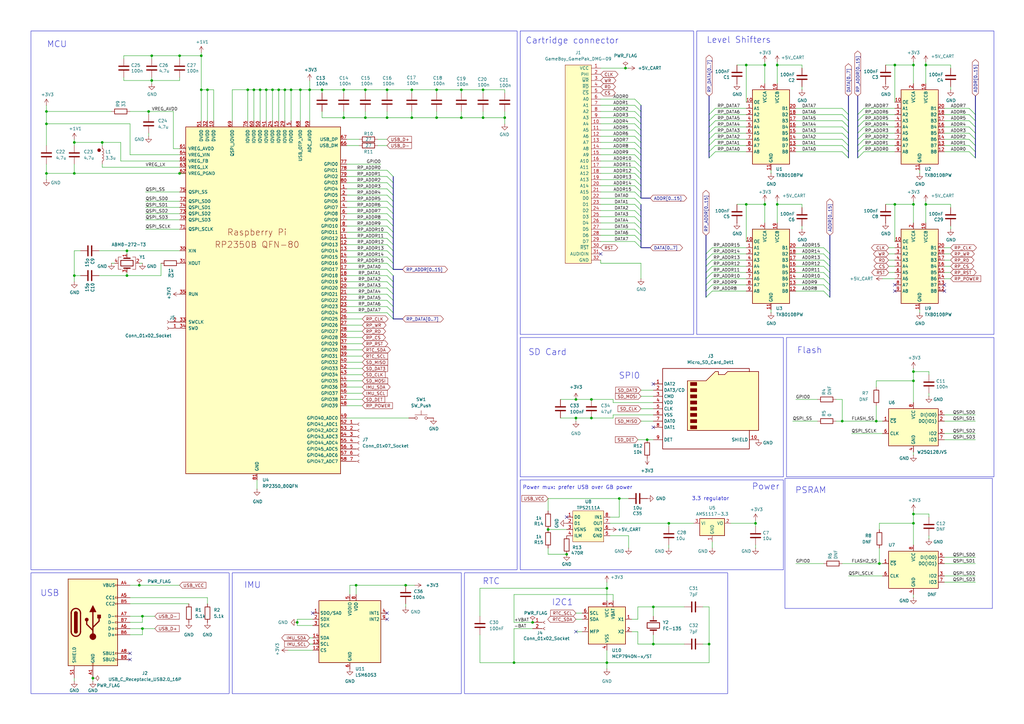
<source format=kicad_sch>
(kicad_sch (version 20231120) (generator "eeschema") (generator_version "8.0")
  (paper "A3")
  (junction (at 198.12 36.83))
  (junction (at 58.42 252.73))
  (junction (at 189.23 48.26))
  (junction (at 374.65 156.21))
  (junction (at 309.88 214.63))
  (junction (at 101.6 36.83))
  (junction (at 146.05 240.03))
  (junction (at 111.76 36.83))
  (junction (at 19.05 50.8))
  (junction (at 374.65 26.67))
  (junction (at 198.12 48.26))
  (junction (at 82.55 22.86))
  (junction (at 82.55 36.83))
  (junction (at 30.48 113.03))
  (junction (at 379.73 26.67))
  (junction (at 374.65 152.4))
  (junction (at 104.14 36.83))
  (junction (at 119.38 36.83))
  (junction (at 41.91 58.42))
  (junction (at 158.75 48.26))
  (junction (at 123.19 36.83))
  (junction (at 318.77 83.82))
  (junction (at 109.22 36.83))
  (junction (at 52.07 102.87))
  (junction (at 236.22 171.45))
  (junction (at 168.91 36.83))
  (junction (at 62.23 33.02))
  (junction (at 256.54 27.94))
  (junction (at 360.68 231.14))
  (junction (at 62.23 22.86))
  (junction (at 242.57 163.83))
  (junction (at 232.41 227.33))
  (junction (at 52.07 113.03))
  (junction (at 254 204.47))
  (junction (at 127 36.83))
  (junction (at 318.77 26.67))
  (junction (at 30.48 58.42))
  (junction (at 58.42 257.81))
  (junction (at 224.79 217.17))
  (junction (at 236.22 163.83))
  (junction (at 374.65 214.63))
  (junction (at 85.09 36.83))
  (junction (at 114.3 36.83))
  (junction (at 140.97 36.83))
  (junction (at 367.03 26.67))
  (junction (at 207.01 48.26))
  (junction (at 179.07 48.26))
  (junction (at 374.65 83.82))
  (junction (at 168.91 48.26))
  (junction (at 19.05 71.12))
  (junction (at 359.41 172.72))
  (junction (at 248.92 271.78))
  (junction (at 242.57 171.45))
  (junction (at 306.07 83.82))
  (junction (at 265.43 180.34))
  (junction (at 274.32 214.63))
  (junction (at 210.82 271.78))
  (junction (at 267.97 264.16))
  (junction (at 132.08 36.83))
  (junction (at 30.48 71.12))
  (junction (at 38.1 278.13))
  (junction (at 379.73 83.82))
  (junction (at 313.69 83.82))
  (junction (at 374.65 210.82))
  (junction (at 248.92 241.3))
  (junction (at 19.05 45.72))
  (junction (at 218.44 255.27))
  (junction (at 313.69 26.67))
  (junction (at 116.84 36.83))
  (junction (at 345.44 172.72))
  (junction (at 57.15 240.03))
  (junction (at 106.68 36.83))
  (junction (at 290.83 264.16))
  (junction (at 367.03 83.82))
  (junction (at 140.97 48.26))
  (junction (at 158.75 36.83))
  (junction (at 121.92 255.27))
  (junction (at 73.66 22.86))
  (junction (at 306.07 26.67))
  (junction (at 166.37 240.03))
  (junction (at 179.07 36.83))
  (junction (at 189.23 36.83))
  (junction (at 149.86 48.26))
  (junction (at 267.97 248.92))
  (junction (at 149.86 36.83))
  (junction (at 60.96 45.72))
  (junction (at 73.66 71.12))
  (no_connect (at 53.34 270.51))
  (no_connect (at 367.03 116.84))
  (no_connect (at 236.22 259.08))
  (no_connect (at 267.97 157.48))
  (no_connect (at 232.41 212.09))
  (no_connect (at 267.97 175.26))
  (no_connect (at 367.03 119.38))
  (no_connect (at 158.75 254))
  (no_connect (at 387.35 119.38))
  (no_connect (at 158.75 251.46))
  (no_connect (at 387.35 116.84))
  (no_connect (at 246.38 104.14))
  (no_connect (at 128.27 251.46))
  (no_connect (at 53.34 267.97))
  (bus_entry (at 262.89 96.52) (size -2.54 -2.54))
  (bus_entry (at 161.29 130.81) (size -2.54 -2.54))
  (bus_entry (at 400.05 49.53) (size -2.54 -2.54))
  (bus_entry (at 400.05 52.07) (size -2.54 -2.54))
  (bus_entry (at 290.83 52.07) (size 2.54 -2.54))
  (bus_entry (at 262.89 55.88) (size -2.54 -2.54))
  (bus_entry (at 347.98 62.23) (size -2.54 -2.54))
  (bus_entry (at 351.79 57.15) (size 2.54 -2.54))
  (bus_entry (at 262.89 66.04) (size -2.54 -2.54))
  (bus_entry (at 262.89 76.2) (size -2.54 -2.54))
  (bus_entry (at 262.89 99.06) (size -2.54 -2.54))
  (bus_entry (at 290.83 46.99) (size 2.54 -2.54))
  (bus_entry (at 262.89 88.9) (size -2.54 -2.54))
  (bus_entry (at 161.29 105.41) (size -2.54 -2.54))
  (bus_entry (at 351.79 49.53) (size 2.54 -2.54))
  (bus_entry (at 347.98 46.99) (size -2.54 -2.54))
  (bus_entry (at 289.56 121.92) (size 2.54 -2.54))
  (bus_entry (at 290.83 64.77) (size 2.54 -2.54))
  (bus_entry (at 262.89 71.12) (size -2.54 -2.54))
  (bus_entry (at 400.05 59.69) (size -2.54 -2.54))
  (bus_entry (at 290.83 59.69) (size 2.54 -2.54))
  (bus_entry (at 351.79 64.77) (size 2.54 -2.54))
  (bus_entry (at 340.36 106.68) (size -2.54 -2.54))
  (bus_entry (at 289.56 119.38) (size 2.54 -2.54))
  (bus_entry (at 347.98 54.61) (size -2.54 -2.54))
  (bus_entry (at 262.89 93.98) (size -2.54 -2.54))
  (bus_entry (at 161.29 95.25) (size -2.54 -2.54))
  (bus_entry (at 262.89 43.18) (size -2.54 -2.54))
  (bus_entry (at 161.29 100.33) (size -2.54 -2.54))
  (bus_entry (at 347.98 59.69) (size -2.54 -2.54))
  (bus_entry (at 351.79 46.99) (size 2.54 -2.54))
  (bus_entry (at 262.89 50.8) (size -2.54 -2.54))
  (bus_entry (at 400.05 46.99) (size -2.54 -2.54))
  (bus_entry (at 161.29 128.27) (size -2.54 -2.54))
  (bus_entry (at 400.05 64.77) (size -2.54 -2.54))
  (bus_entry (at 262.89 53.34) (size -2.54 -2.54))
  (bus_entry (at 161.29 123.19) (size -2.54 -2.54))
  (bus_entry (at 161.29 120.65) (size -2.54 -2.54))
  (bus_entry (at 262.89 101.6) (size -2.54 -2.54))
  (bus_entry (at 161.29 92.71) (size -2.54 -2.54))
  (bus_entry (at 161.29 102.87) (size -2.54 -2.54))
  (bus_entry (at 262.89 48.26) (size -2.54 -2.54))
  (bus_entry (at 290.83 62.23) (size 2.54 -2.54))
  (bus_entry (at 262.89 81.28) (size -2.54 -2.54))
  (bus_entry (at 161.29 107.95) (size -2.54 -2.54))
  (bus_entry (at 161.29 97.79) (size -2.54 -2.54))
  (bus_entry (at 161.29 80.01) (size -2.54 -2.54))
  (bus_entry (at 161.29 77.47) (size -2.54 -2.54))
  (bus_entry (at 161.29 115.57) (size -2.54 -2.54))
  (bus_entry (at 289.56 111.76) (size 2.54 -2.54))
  (bus_entry (at 262.89 91.44) (size -2.54 -2.54))
  (bus_entry (at 351.79 54.61) (size 2.54 -2.54))
  (bus_entry (at 289.56 106.68) (size 2.54 -2.54))
  (bus_entry (at 400.05 54.61) (size -2.54 -2.54))
  (bus_entry (at 161.29 74.93) (size -2.54 -2.54))
  (bus_entry (at 400.05 62.23) (size -2.54 -2.54))
  (bus_entry (at 347.98 57.15) (size -2.54 -2.54))
  (bus_entry (at 262.89 83.82) (size -2.54 -2.54))
  (bus_entry (at 347.98 64.77) (size -2.54 -2.54))
  (bus_entry (at 161.29 125.73) (size -2.54 -2.54))
  (bus_entry (at 161.29 82.55) (size -2.54 -2.54))
  (bus_entry (at 262.89 86.36) (size -2.54 -2.54))
  (bus_entry (at 289.56 109.22) (size 2.54 -2.54))
  (bus_entry (at 351.79 52.07) (size 2.54 -2.54))
  (bus_entry (at 262.89 60.96) (size -2.54 -2.54))
  (bus_entry (at 290.83 49.53) (size 2.54 -2.54))
  (bus_entry (at 340.36 121.92) (size -2.54 -2.54))
  (bus_entry (at 289.56 116.84) (size 2.54 -2.54))
  (bus_entry (at 262.89 68.58) (size -2.54 -2.54))
  (bus_entry (at 262.89 63.5) (size -2.54 -2.54))
  (bus_entry (at 340.36 119.38) (size -2.54 -2.54))
  (bus_entry (at 347.98 49.53) (size -2.54 -2.54))
  (bus_entry (at 262.89 73.66) (size -2.54 -2.54))
  (bus_entry (at 262.89 58.42) (size -2.54 -2.54))
  (bus_entry (at 161.29 118.11) (size -2.54 -2.54))
  (bus_entry (at 289.56 114.3) (size 2.54 -2.54))
  (bus_entry (at 161.29 113.03) (size -2.54 -2.54))
  (bus_entry (at 351.79 59.69) (size 2.54 -2.54))
  (bus_entry (at 290.83 54.61) (size 2.54 -2.54))
  (bus_entry (at 161.29 110.49) (size -2.54 -2.54))
  (bus_entry (at 161.29 85.09) (size -2.54 -2.54))
  (bus_entry (at 340.36 109.22) (size -2.54 -2.54))
  (bus_entry (at 351.79 62.23) (size 2.54 -2.54))
  (bus_entry (at 161.29 90.17) (size -2.54 -2.54))
  (bus_entry (at 262.89 78.74) (size -2.54 -2.54))
  (bus_entry (at 161.29 87.63) (size -2.54 -2.54))
  (bus_entry (at 400.05 57.15) (size -2.54 -2.54))
  (bus_entry (at 340.36 111.76) (size -2.54 -2.54))
  (bus_entry (at 161.29 72.39) (size -2.54 -2.54))
  (bus_entry (at 347.98 52.07) (size -2.54 -2.54))
  (bus_entry (at 289.56 104.14) (size 2.54 -2.54))
  (bus_entry (at 340.36 104.14) (size -2.54 -2.54))
  (bus_entry (at 262.89 45.72) (size -2.54 -2.54))
  (bus_entry (at 340.36 116.84) (size -2.54 -2.54))
  (bus_entry (at 290.83 57.15) (size 2.54 -2.54))
  (bus_entry (at 340.36 114.3) (size -2.54 -2.54))
  (wire (pts (xy 246.38 81.28) (xy 260.35 81.28)))
  (bus (pts (xy 262.89 45.72) (xy 262.89 48.26)))
  (bus (pts (xy 400.05 54.61) (xy 400.05 57.15)))
  (wire (pts (xy 179.07 45.72) (xy 179.07 48.26)))
  (wire (pts (xy 367.03 83.82) (xy 374.65 83.82)))
  (wire (pts (xy 389.89 109.22) (xy 387.35 109.22)))
  (wire (pts (xy 30.48 67.31) (xy 30.48 71.12)))
  (wire (pts (xy 367.03 46.99) (xy 354.33 46.99)))
  (wire (pts (xy 189.23 48.26) (xy 198.12 48.26)))
  (bus (pts (xy 289.56 109.22) (xy 289.56 111.76)))
  (wire (pts (xy 142.24 107.95) (xy 158.75 107.95)))
  (bus (pts (xy 161.29 100.33) (xy 161.29 102.87)))
  (wire (pts (xy 284.48 214.63) (xy 274.32 214.63)))
  (wire (pts (xy 387.35 236.22) (xy 400.05 236.22)))
  (wire (pts (xy 207.01 45.72) (xy 207.01 48.26)))
  (wire (pts (xy 246.38 83.82) (xy 260.35 83.82)))
  (wire (pts (xy 360.68 224.79) (xy 360.68 231.14)))
  (bus (pts (xy 161.29 105.41) (xy 161.29 107.95)))
  (wire (pts (xy 121.92 254) (xy 121.92 255.27)))
  (wire (pts (xy 293.37 57.15) (xy 306.07 57.15)))
  (bus (pts (xy 351.79 59.69) (xy 351.79 62.23)))
  (wire (pts (xy 367.03 54.61) (xy 354.33 54.61)))
  (bus (pts (xy 351.79 49.53) (xy 351.79 52.07)))
  (wire (pts (xy 19.05 45.72) (xy 19.05 50.8)))
  (wire (pts (xy 127 264.16) (xy 128.27 264.16)))
  (wire (pts (xy 397.51 62.23) (xy 387.35 62.23)))
  (wire (pts (xy 73.66 102.87) (xy 52.07 102.87)))
  (bus (pts (xy 161.29 107.95) (xy 161.29 110.49)))
  (wire (pts (xy 397.51 54.61) (xy 387.35 54.61)))
  (wire (pts (xy 262.89 172.72) (xy 267.97 172.72)))
  (bus (pts (xy 289.56 111.76) (xy 289.56 114.3)))
  (wire (pts (xy 328.93 85.09) (xy 328.93 83.82)))
  (wire (pts (xy 367.03 83.82) (xy 367.03 99.06)))
  (wire (pts (xy 259.08 259.08) (xy 261.62 259.08)))
  (wire (pts (xy 71.12 45.72) (xy 71.12 60.96)))
  (wire (pts (xy 374.65 83.82) (xy 374.65 91.44)))
  (wire (pts (xy 87.63 36.83) (xy 87.63 49.53)))
  (wire (pts (xy 326.39 59.69) (xy 345.44 59.69)))
  (wire (pts (xy 142.24 158.75) (xy 148.59 158.75)))
  (wire (pts (xy 142.24 146.05) (xy 148.59 146.05)))
  (wire (pts (xy 262.89 167.64) (xy 267.97 167.64)))
  (bus (pts (xy 347.98 59.69) (xy 347.98 62.23)))
  (wire (pts (xy 267.97 248.92) (xy 280.67 248.92)))
  (wire (pts (xy 387.35 177.8) (xy 400.05 177.8)))
  (wire (pts (xy 149.86 36.83) (xy 158.75 36.83)))
  (wire (pts (xy 40.64 113.03) (xy 52.07 113.03)))
  (wire (pts (xy 367.03 49.53) (xy 354.33 49.53)))
  (wire (pts (xy 236.22 259.08) (xy 238.76 259.08)))
  (wire (pts (xy 345.44 231.14) (xy 360.68 231.14)))
  (wire (pts (xy 168.91 48.26) (xy 179.07 48.26)))
  (wire (pts (xy 246.38 107.95) (xy 246.38 106.68)))
  (wire (pts (xy 379.73 83.82) (xy 379.73 91.44)))
  (wire (pts (xy 30.48 59.69) (xy 30.48 58.42)))
  (wire (pts (xy 114.3 36.83) (xy 114.3 49.53)))
  (bus (pts (xy 262.89 93.98) (xy 262.89 96.52)))
  (wire (pts (xy 210.82 257.81) (xy 210.82 271.78)))
  (wire (pts (xy 30.48 102.87) (xy 30.48 113.03)))
  (wire (pts (xy 140.97 48.26) (xy 132.08 48.26)))
  (wire (pts (xy 149.86 48.26) (xy 158.75 48.26)))
  (wire (pts (xy 132.08 38.1) (xy 132.08 36.83)))
  (wire (pts (xy 326.39 52.07) (xy 345.44 52.07)))
  (wire (pts (xy 104.14 36.83) (xy 106.68 36.83)))
  (wire (pts (xy 326.39 231.14) (xy 337.82 231.14)))
  (wire (pts (xy 246.38 96.52) (xy 260.35 96.52)))
  (wire (pts (xy 19.05 67.31) (xy 19.05 71.12)))
  (wire (pts (xy 142.24 166.37) (xy 148.59 166.37)))
  (bus (pts (xy 161.29 110.49) (xy 165.1 110.49)))
  (wire (pts (xy 30.48 113.03) (xy 30.48 115.57)))
  (wire (pts (xy 189.23 45.72) (xy 189.23 48.26)))
  (wire (pts (xy 40.64 102.87) (xy 52.07 102.87)))
  (wire (pts (xy 19.05 45.72) (xy 45.72 45.72)))
  (wire (pts (xy 377.19 69.85) (xy 377.19 71.12)))
  (wire (pts (xy 58.42 257.81) (xy 58.42 260.35)))
  (bus (pts (xy 340.36 104.14) (xy 340.36 106.68)))
  (wire (pts (xy 127 33.02) (xy 127 36.83)))
  (wire (pts (xy 143.51 240.03) (xy 146.05 240.03)))
  (wire (pts (xy 95.25 36.83) (xy 101.6 36.83)))
  (wire (pts (xy 224.79 204.47) (xy 224.79 209.55)))
  (wire (pts (xy 387.35 228.6) (xy 400.05 228.6)))
  (wire (pts (xy 326.39 46.99) (xy 345.44 46.99)))
  (wire (pts (xy 318.77 83.82) (xy 318.77 91.44)))
  (wire (pts (xy 179.07 38.1) (xy 179.07 36.83)))
  (wire (pts (xy 85.09 49.53) (xy 85.09 36.83)))
  (wire (pts (xy 224.79 217.17) (xy 232.41 217.17)))
  (bus (pts (xy 161.29 102.87) (xy 161.29 105.41)))
  (bus (pts (xy 161.29 87.63) (xy 161.29 90.17)))
  (bus (pts (xy 161.29 128.27) (xy 161.29 130.81)))
  (wire (pts (xy 142.24 90.17) (xy 158.75 90.17)))
  (wire (pts (xy 148.59 135.89) (xy 142.24 135.89)))
  (wire (pts (xy 158.75 38.1) (xy 158.75 36.83)))
  (wire (pts (xy 166.37 240.03) (xy 170.18 240.03)))
  (wire (pts (xy 381 210.82) (xy 374.65 210.82)))
  (wire (pts (xy 387.35 172.72) (xy 400.05 172.72)))
  (wire (pts (xy 293.37 59.69) (xy 306.07 59.69)))
  (wire (pts (xy 45.72 107.95) (xy 46.99 107.95)))
  (wire (pts (xy 293.37 52.07) (xy 306.07 52.07)))
  (wire (pts (xy 360.68 214.63) (xy 374.65 214.63)))
  (wire (pts (xy 158.75 36.83) (xy 168.91 36.83)))
  (wire (pts (xy 127 261.62) (xy 128.27 261.62)))
  (bus (pts (xy 262.89 88.9) (xy 262.89 91.44)))
  (wire (pts (xy 142.24 69.85) (xy 158.75 69.85)))
  (bus (pts (xy 400.05 52.07) (xy 400.05 54.61)))
  (bus (pts (xy 262.89 60.96) (xy 262.89 63.5)))
  (wire (pts (xy 342.9 172.72) (xy 345.44 172.72)))
  (wire (pts (xy 59.69 85.09) (xy 73.66 85.09)))
  (wire (pts (xy 210.82 257.81) (xy 218.44 257.81)))
  (wire (pts (xy 292.1 224.79) (xy 292.1 222.25)))
  (wire (pts (xy 101.6 36.83) (xy 104.14 36.83)))
  (wire (pts (xy 292.1 106.68) (xy 306.07 106.68)))
  (wire (pts (xy 381 219.71) (xy 381 220.98)))
  (wire (pts (xy 38.1 279.4) (xy 38.1 278.13)))
  (wire (pts (xy 207.01 38.1) (xy 207.01 36.83)))
  (wire (pts (xy 210.82 271.78) (xy 248.92 271.78)))
  (wire (pts (xy 19.05 43.18) (xy 19.05 45.72)))
  (wire (pts (xy 30.48 279.4) (xy 30.48 278.13)))
  (wire (pts (xy 246.38 53.34) (xy 260.35 53.34)))
  (wire (pts (xy 262.89 114.3) (xy 262.89 107.95)))
  (wire (pts (xy 293.37 46.99) (xy 306.07 46.99)))
  (wire (pts (xy 198.12 38.1) (xy 198.12 36.83)))
  (bus (pts (xy 400.05 49.53) (xy 400.05 52.07)))
  (wire (pts (xy 254 204.47) (xy 257.81 204.47)))
  (wire (pts (xy 318.77 82.55) (xy 318.77 83.82)))
  (wire (pts (xy 142.24 74.93) (xy 158.75 74.93)))
  (wire (pts (xy 132.08 36.83) (xy 140.97 36.83)))
  (wire (pts (xy 306.07 26.67) (xy 306.07 41.91)))
  (wire (pts (xy 293.37 54.61) (xy 306.07 54.61)))
  (wire (pts (xy 326.39 62.23) (xy 345.44 62.23)))
  (wire (pts (xy 82.55 36.83) (xy 82.55 49.53)))
  (wire (pts (xy 142.24 171.45) (xy 167.64 171.45)))
  (bus (pts (xy 289.56 104.14) (xy 289.56 106.68)))
  (wire (pts (xy 30.48 71.12) (xy 73.66 71.12)))
  (wire (pts (xy 236.22 254) (xy 238.76 254)))
  (wire (pts (xy 189.23 38.1) (xy 189.23 36.83)))
  (wire (pts (xy 387.35 114.3) (xy 389.89 114.3)))
  (wire (pts (xy 379.73 82.55) (xy 379.73 83.82)))
  (wire (pts (xy 360.68 217.17) (xy 360.68 214.63)))
  (wire (pts (xy 109.22 36.83) (xy 111.76 36.83)))
  (bus (pts (xy 262.89 86.36) (xy 262.89 88.9)))
  (wire (pts (xy 374.65 210.82) (xy 374.65 214.63)))
  (wire (pts (xy 261.62 264.16) (xy 267.97 264.16)))
  (wire (pts (xy 62.23 34.29) (xy 62.23 33.02)))
  (wire (pts (xy 140.97 38.1) (xy 140.97 36.83)))
  (wire (pts (xy 397.51 49.53) (xy 387.35 49.53)))
  (wire (pts (xy 359.41 158.75) (xy 359.41 156.21)))
  (wire (pts (xy 142.24 163.83) (xy 148.59 163.83)))
  (wire (pts (xy 73.66 22.86) (xy 82.55 22.86)))
  (wire (pts (xy 111.76 49.53) (xy 111.76 36.83)))
  (wire (pts (xy 49.53 66.04) (xy 49.53 58.42)))
  (wire (pts (xy 306.07 26.67) (xy 313.69 26.67)))
  (wire (pts (xy 377.19 127) (xy 377.19 128.27)))
  (bus (pts (xy 161.29 85.09) (xy 161.29 87.63)))
  (wire (pts (xy 73.66 66.04) (xy 49.53 66.04)))
  (bus (pts (xy 262.89 91.44) (xy 262.89 93.98)))
  (wire (pts (xy 246.38 71.12) (xy 260.35 71.12)))
  (bus (pts (xy 262.89 81.28) (xy 266.7 81.28)))
  (wire (pts (xy 207.01 48.26) (xy 207.01 50.8)))
  (bus (pts (xy 400.05 39.37) (xy 400.05 46.99)))
  (wire (pts (xy 359.41 172.72) (xy 361.95 172.72)))
  (wire (pts (xy 251.46 163.83) (xy 242.57 163.83)))
  (wire (pts (xy 148.59 151.13) (xy 142.24 151.13)))
  (wire (pts (xy 82.55 22.86) (xy 82.55 36.83)))
  (wire (pts (xy 246.38 66.04) (xy 260.35 66.04)))
  (wire (pts (xy 142.24 118.11) (xy 158.75 118.11)))
  (wire (pts (xy 318.77 83.82) (xy 328.93 83.82)))
  (wire (pts (xy 73.66 93.98) (xy 59.69 93.98)))
  (wire (pts (xy 248.92 238.76) (xy 248.92 241.3)))
  (wire (pts (xy 397.51 57.15) (xy 387.35 57.15)))
  (wire (pts (xy 142.24 125.73) (xy 158.75 125.73)))
  (bus (pts (xy 161.29 82.55) (xy 161.29 85.09)))
  (wire (pts (xy 374.65 185.42) (xy 374.65 186.69)))
  (wire (pts (xy 246.38 73.66) (xy 260.35 73.66)))
  (wire (pts (xy 306.07 83.82) (xy 306.07 99.06)))
  (wire (pts (xy 158.75 45.72) (xy 158.75 48.26)))
  (wire (pts (xy 246.38 50.8) (xy 260.35 50.8)))
  (bus (pts (xy 262.89 78.74) (xy 262.89 81.28)))
  (bus (pts (xy 347.98 49.53) (xy 347.98 52.07)))
  (wire (pts (xy 349.25 177.8) (xy 361.95 177.8)))
  (wire (pts (xy 326.39 109.22) (xy 337.82 109.22)))
  (wire (pts (xy 142.24 110.49) (xy 158.75 110.49)))
  (wire (pts (xy 389.89 101.6) (xy 387.35 101.6)))
  (wire (pts (xy 316.23 127) (xy 316.23 128.27)))
  (wire (pts (xy 50.8 22.86) (xy 62.23 22.86)))
  (wire (pts (xy 236.22 163.83) (xy 242.57 163.83)))
  (wire (pts (xy 246.38 68.58) (xy 260.35 68.58)))
  (bus (pts (xy 340.36 109.22) (xy 340.36 111.76)))
  (wire (pts (xy 154.94 59.69) (xy 158.75 59.69)))
  (wire (pts (xy 246.38 27.94) (xy 256.54 27.94)))
  (wire (pts (xy 140.97 48.26) (xy 149.86 48.26)))
  (wire (pts (xy 118.11 266.7) (xy 128.27 266.7)))
  (wire (pts (xy 142.24 100.33) (xy 158.75 100.33)))
  (wire (pts (xy 128.27 256.54) (xy 121.92 256.54)))
  (bus (pts (xy 161.29 80.01) (xy 161.29 82.55)))
  (wire (pts (xy 367.03 44.45) (xy 354.33 44.45)))
  (wire (pts (xy 142.24 72.39) (xy 158.75 72.39)))
  (wire (pts (xy 142.24 92.71) (xy 158.75 92.71)))
  (wire (pts (xy 374.65 83.82) (xy 374.65 82.55)))
  (wire (pts (xy 262.89 160.02) (xy 267.97 160.02)))
  (wire (pts (xy 50.8 31.75) (xy 50.8 33.02)))
  (wire (pts (xy 142.24 161.29) (xy 148.59 161.29)))
  (wire (pts (xy 142.24 120.65) (xy 158.75 120.65)))
  (bus (pts (xy 347.98 46.99) (xy 347.98 49.53)))
  (bus (pts (xy 400.05 46.99) (xy 400.05 49.53)))
  (wire (pts (xy 397.51 46.99) (xy 387.35 46.99)))
  (wire (pts (xy 261.62 248.92) (xy 267.97 248.92)))
  (bus (pts (xy 340.36 111.76) (xy 340.36 114.3)))
  (wire (pts (xy 196.85 241.3) (xy 196.85 252.73)))
  (wire (pts (xy 261.62 254) (xy 261.62 248.92)))
  (wire (pts (xy 299.72 214.63) (xy 309.88 214.63)))
  (bus (pts (xy 262.89 63.5) (xy 262.89 66.04)))
  (wire (pts (xy 148.59 133.35) (xy 142.24 133.35)))
  (wire (pts (xy 224.79 204.47) (xy 254 204.47)))
  (wire (pts (xy 389.89 106.68) (xy 387.35 106.68)))
  (wire (pts (xy 142.24 87.63) (xy 158.75 87.63)))
  (wire (pts (xy 374.65 214.63) (xy 374.65 223.52)))
  (wire (pts (xy 95.25 49.53) (xy 95.25 36.83)))
  (wire (pts (xy 85.09 36.83) (xy 87.63 36.83)))
  (wire (pts (xy 360.68 231.14) (xy 361.95 231.14)))
  (bus (pts (xy 400.05 57.15) (xy 400.05 59.69)))
  (wire (pts (xy 60.96 45.72) (xy 71.12 45.72)))
  (wire (pts (xy 345.44 172.72) (xy 359.41 172.72)))
  (bus (pts (xy 340.36 106.68) (xy 340.36 109.22)))
  (wire (pts (xy 292.1 116.84) (xy 306.07 116.84)))
  (wire (pts (xy 381 152.4) (xy 374.65 152.4)))
  (bus (pts (xy 347.98 62.23) (xy 347.98 64.77)))
  (wire (pts (xy 364.49 101.6) (xy 367.03 101.6)))
  (wire (pts (xy 33.02 102.87) (xy 30.48 102.87)))
  (wire (pts (xy 389.89 35.56) (xy 389.89 36.83)))
  (wire (pts (xy 318.77 26.67) (xy 318.77 34.29)))
  (bus (pts (xy 262.89 66.04) (xy 262.89 68.58)))
  (wire (pts (xy 196.85 260.35) (xy 196.85 271.78)))
  (wire (pts (xy 274.32 223.52) (xy 274.32 224.79)))
  (bus (pts (xy 289.56 119.38) (xy 289.56 121.92)))
  (wire (pts (xy 210.82 255.27) (xy 218.44 255.27)))
  (wire (pts (xy 142.24 115.57) (xy 158.75 115.57)))
  (wire (pts (xy 116.84 49.53) (xy 116.84 36.83)))
  (bus (pts (xy 161.29 115.57) (xy 161.29 118.11)))
  (wire (pts (xy 101.6 49.53) (xy 101.6 36.83)))
  (bus (pts (xy 340.36 116.84) (xy 340.36 119.38)))
  (bus (pts (xy 161.29 125.73) (xy 161.29 128.27)))
  (wire (pts (xy 381 212.09) (xy 381 210.82)))
  (wire (pts (xy 179.07 36.83) (xy 189.23 36.83)))
  (wire (pts (xy 85.09 245.11) (xy 85.09 247.65)))
  (wire (pts (xy 313.69 83.82) (xy 313.69 82.55)))
  (wire (pts (xy 53.34 50.8) (xy 53.34 63.5)))
  (wire (pts (xy 326.39 57.15) (xy 345.44 57.15)))
  (bus (pts (xy 347.98 54.61) (xy 347.98 57.15)))
  (wire (pts (xy 250.19 214.63) (xy 274.32 214.63)))
  (wire (pts (xy 57.15 107.95) (xy 58.42 107.95)))
  (wire (pts (xy 302.26 26.67) (xy 306.07 26.67)))
  (wire (pts (xy 127 36.83) (xy 127 49.53)))
  (wire (pts (xy 148.59 130.81) (xy 142.24 130.81)))
  (wire (pts (xy 250.19 219.71) (xy 257.81 219.71)))
  (wire (pts (xy 293.37 49.53) (xy 306.07 49.53)))
  (wire (pts (xy 236.22 171.45) (xy 242.57 171.45)))
  (wire (pts (xy 367.03 26.67) (xy 374.65 26.67)))
  (wire (pts (xy 142.24 77.47) (xy 158.75 77.47)))
  (wire (pts (xy 59.69 90.17) (xy 73.66 90.17)))
  (wire (pts (xy 363.22 83.82) (xy 367.03 83.82)))
  (wire (pts (xy 246.38 88.9) (xy 260.35 88.9)))
  (wire (pts (xy 359.41 156.21) (xy 374.65 156.21)))
  (wire (pts (xy 114.3 36.83) (xy 116.84 36.83)))
  (bus (pts (xy 289.56 116.84) (xy 289.56 119.38)))
  (wire (pts (xy 254 212.09) (xy 250.19 212.09)))
  (wire (pts (xy 374.65 156.21) (xy 374.65 165.1)))
  (wire (pts (xy 293.37 44.45) (xy 306.07 44.45)))
  (wire (pts (xy 326.39 119.38) (xy 337.82 119.38)))
  (wire (pts (xy 198.12 36.83) (xy 207.01 36.83)))
  (wire (pts (xy 292.1 101.6) (xy 306.07 101.6)))
  (wire (pts (xy 262.89 107.95) (xy 246.38 107.95)))
  (wire (pts (xy 254 204.47) (xy 254 212.09)))
  (wire (pts (xy 104.14 49.53) (xy 104.14 36.83)))
  (wire (pts (xy 142.24 67.31) (xy 156.21 67.31)))
  (wire (pts (xy 50.8 24.13) (xy 50.8 22.86)))
  (bus (pts (xy 290.83 62.23) (xy 290.83 64.77)))
  (bus (pts (xy 161.29 123.19) (xy 161.29 125.73)))
  (wire (pts (xy 251.46 170.18) (xy 267.97 170.18)))
  (wire (pts (xy 251.46 243.84) (xy 210.82 243.84)))
  (wire (pts (xy 325.12 172.72) (xy 335.28 172.72)))
  (wire (pts (xy 53.34 257.81) (xy 58.42 257.81)))
  (wire (pts (xy 142.24 123.19) (xy 158.75 123.19)))
  (wire (pts (xy 257.81 224.79) (xy 257.81 219.71)))
  (bus (pts (xy 340.36 119.38) (xy 340.36 121.92)))
  (wire (pts (xy 59.69 87.63) (xy 73.66 87.63)))
  (bus (pts (xy 161.29 77.47) (xy 161.29 80.01)))
  (wire (pts (xy 313.69 26.67) (xy 313.69 25.4)))
  (wire (pts (xy 140.97 36.83) (xy 149.86 36.83)))
  (wire (pts (xy 142.24 97.79) (xy 158.75 97.79)))
  (wire (pts (xy 326.39 163.83) (xy 335.28 163.83)))
  (wire (pts (xy 154.94 57.15) (xy 158.75 57.15)))
  (wire (pts (xy 248.92 271.78) (xy 248.92 274.32)))
  (wire (pts (xy 246.38 58.42) (xy 260.35 58.42)))
  (wire (pts (xy 30.48 57.15) (xy 30.48 58.42)))
  (wire (pts (xy 381 153.67) (xy 381 152.4)))
  (wire (pts (xy 326.39 111.76) (xy 337.82 111.76)))
  (wire (pts (xy 53.34 240.03) (xy 57.15 240.03)))
  (wire (pts (xy 374.65 152.4) (xy 374.65 156.21)))
  (bus (pts (xy 262.89 68.58) (xy 262.89 71.12)))
  (bus (pts (xy 161.29 72.39) (xy 161.29 74.93)))
  (wire (pts (xy 60.96 55.88) (xy 60.96 54.61)))
  (wire (pts (xy 53.34 45.72) (xy 60.96 45.72)))
  (wire (pts (xy 52.07 104.14) (xy 52.07 102.87)))
  (wire (pts (xy 290.83 264.16) (xy 290.83 271.78)))
  (wire (pts (xy 259.08 254) (xy 261.62 254)))
  (wire (pts (xy 326.39 101.6) (xy 337.82 101.6)))
  (wire (pts (xy 210.82 243.84) (xy 210.82 255.27)))
  (wire (pts (xy 374.65 26.67) (xy 374.65 34.29)))
  (wire (pts (xy 309.88 215.9) (xy 309.88 214.63)))
  (wire (pts (xy 142.24 143.51) (xy 148.59 143.51)))
  (bus (pts (xy 161.29 130.81) (xy 165.1 130.81)))
  (bus (pts (xy 262.89 99.06) (xy 262.89 101.6)))
  (wire (pts (xy 179.07 48.26) (xy 189.23 48.26)))
  (wire (pts (xy 189.23 36.83) (xy 198.12 36.83)))
  (wire (pts (xy 58.42 252.73) (xy 58.42 255.27)))
  (bus (pts (xy 161.29 90.17) (xy 161.29 92.71)))
  (wire (pts (xy 379.73 26.67) (xy 389.89 26.67)))
  (bus (pts (xy 351.79 39.37) (xy 351.79 46.99)))
  (bus (pts (xy 290.83 39.37) (xy 290.83 46.99)))
  (bus (pts (xy 289.56 96.52) (xy 289.56 104.14)))
  (wire (pts (xy 142.24 102.87) (xy 158.75 102.87)))
  (wire (pts (xy 267.97 260.35) (xy 267.97 264.16)))
  (wire (pts (xy 374.65 26.67) (xy 374.65 25.4)))
  (bus (pts (xy 289.56 106.68) (xy 289.56 109.22)))
  (wire (pts (xy 140.97 45.72) (xy 140.97 48.26)))
  (wire (pts (xy 248.92 271.78) (xy 290.83 271.78)))
  (wire (pts (xy 251.46 171.45) (xy 242.57 171.45)))
  (wire (pts (xy 367.03 59.69) (xy 354.33 59.69)))
  (wire (pts (xy 246.38 99.06) (xy 260.35 99.06)))
  (wire (pts (xy 318.77 25.4) (xy 318.77 26.67)))
  (wire (pts (xy 309.88 214.63) (xy 309.88 213.36)))
  (wire (pts (xy 251.46 165.1) (xy 267.97 165.1)))
  (wire (pts (xy 387.35 238.76) (xy 400.05 238.76)))
  (wire (pts (xy 246.38 86.36) (xy 260.35 86.36)))
  (wire (pts (xy 397.51 59.69) (xy 387.35 59.69)))
  (wire (pts (xy 292.1 109.22) (xy 306.07 109.22)))
  (wire (pts (xy 111.76 36.83) (xy 114.3 36.83)))
  (bus (pts (xy 347.98 39.37) (xy 347.98 46.99)))
  (wire (pts (xy 142.24 80.01) (xy 158.75 80.01)))
  (wire (pts (xy 374.65 209.55) (xy 374.65 210.82)))
  (bus (pts (xy 290.83 57.15) (xy 290.83 59.69)))
  (bus (pts (xy 290.83 52.07) (xy 290.83 54.61)))
  (wire (pts (xy 379.73 83.82) (xy 389.89 83.82)))
  (wire (pts (xy 374.65 151.13) (xy 374.65 152.4)))
  (wire (pts (xy 364.49 111.76) (xy 367.03 111.76)))
  (bus (pts (xy 161.29 97.79) (xy 161.29 100.33)))
  (wire (pts (xy 246.38 76.2) (xy 260.35 76.2)))
  (wire (pts (xy 318.77 26.67) (xy 328.93 26.67)))
  (bus (pts (xy 351.79 57.15) (xy 351.79 59.69)))
  (wire (pts (xy 57.15 240.03) (xy 73.66 240.03)))
  (wire (pts (xy 85.09 36.83) (xy 82.55 36.83)))
  (wire (pts (xy 229.87 163.83) (xy 236.22 163.83)))
  (bus (pts (xy 289.56 114.3) (xy 289.56 116.84)))
  (bus (pts (xy 290.83 54.61) (xy 290.83 57.15)))
  (wire (pts (xy 53.34 252.73) (xy 58.42 252.73)))
  (wire (pts (xy 60.96 45.72) (xy 60.96 46.99)))
  (wire (pts (xy 361.95 114.3) (xy 367.03 114.3)))
  (bus (pts (xy 262.89 76.2) (xy 262.89 78.74)))
  (wire (pts (xy 326.39 54.61) (xy 345.44 54.61)))
  (wire (pts (xy 53.34 247.65) (xy 77.47 247.65)))
  (wire (pts (xy 364.49 104.14) (xy 367.03 104.14)))
  (wire (pts (xy 143.51 243.84) (xy 143.51 240.03)))
  (wire (pts (xy 19.05 50.8) (xy 19.05 59.69)))
  (wire (pts (xy 379.73 26.67) (xy 379.73 34.29)))
  (bus (pts (xy 351.79 54.61) (xy 351.79 57.15)))
  (wire (pts (xy 367.03 62.23) (xy 354.33 62.23)))
  (wire (pts (xy 168.91 38.1) (xy 168.91 36.83)))
  (wire (pts (xy 364.49 106.68) (xy 367.03 106.68)))
  (bus (pts (xy 161.29 95.25) (xy 161.29 97.79)))
  (wire (pts (xy 302.26 83.82) (xy 306.07 83.82)))
  (wire (pts (xy 274.32 215.9) (xy 274.32 214.63)))
  (bus (pts (xy 161.29 120.65) (xy 161.29 123.19)))
  (wire (pts (xy 19.05 50.8) (xy 53.34 50.8)))
  (bus (pts (xy 161.29 118.11) (xy 161.29 120.65)))
  (wire (pts (xy 248.92 266.7) (xy 248.92 271.78)))
  (wire (pts (xy 345.44 163.83) (xy 345.44 172.72)))
  (wire (pts (xy 158.75 48.26) (xy 168.91 48.26)))
  (wire (pts (xy 363.22 26.67) (xy 367.03 26.67)))
  (bus (pts (xy 262.89 101.6) (xy 266.7 101.6)))
  (wire (pts (xy 328.93 27.94) (xy 328.93 26.67)))
  (wire (pts (xy 367.03 52.07) (xy 354.33 52.07)))
  (wire (pts (xy 19.05 71.12) (xy 30.48 71.12)))
  (wire (pts (xy 342.9 163.83) (xy 345.44 163.83)))
  (wire (pts (xy 246.38 40.64) (xy 260.35 40.64)))
  (wire (pts (xy 326.39 116.84) (xy 337.82 116.84)))
  (wire (pts (xy 142.24 113.03) (xy 158.75 113.03)))
  (wire (pts (xy 116.84 36.83) (xy 119.38 36.83)))
  (wire (pts (xy 248.92 241.3) (xy 196.85 241.3)))
  (bus (pts (xy 262.89 83.82) (xy 262.89 86.36)))
  (bus (pts (xy 347.98 52.07) (xy 347.98 54.61)))
  (wire (pts (xy 309.88 223.52) (xy 309.88 224.79)))
  (wire (pts (xy 397.51 52.07) (xy 387.35 52.07)))
  (wire (pts (xy 229.87 171.45) (xy 236.22 171.45)))
  (wire (pts (xy 397.51 44.45) (xy 387.35 44.45)))
  (wire (pts (xy 387.35 170.18) (xy 400.05 170.18)))
  (wire (pts (xy 19.05 71.12) (xy 19.05 73.66)))
  (wire (pts (xy 367.03 57.15) (xy 354.33 57.15)))
  (wire (pts (xy 73.66 24.13) (xy 73.66 22.86)))
  (bus (pts (xy 340.36 114.3) (xy 340.36 116.84)))
  (wire (pts (xy 105.41 200.66) (xy 105.41 196.85)))
  (bus (pts (xy 340.36 96.52) (xy 340.36 104.14)))
  (wire (pts (xy 374.65 243.84) (xy 374.65 245.11)))
  (wire (pts (xy 168.91 36.83) (xy 179.07 36.83)))
  (wire (pts (xy 62.23 24.13) (xy 62.23 22.86)))
  (wire (pts (xy 128.27 254) (xy 121.92 254)))
  (wire (pts (xy 62.23 33.02) (xy 50.8 33.02)))
  (bus (pts (xy 262.89 58.42) (xy 262.89 60.96)))
  (wire (pts (xy 313.69 26.67) (xy 313.69 34.29)))
  (wire (pts (xy 328.93 92.71) (xy 328.93 93.98)))
  (wire (pts (xy 142.24 82.55) (xy 158.75 82.55)))
  (wire (pts (xy 347.98 236.22) (xy 361.95 236.22)))
  (wire (pts (xy 381 161.29) (xy 381 162.56)))
  (wire (pts (xy 328.93 35.56) (xy 328.93 36.83)))
  (wire (pts (xy 148.59 148.59) (xy 142.24 148.59)))
  (wire (pts (xy 387.35 231.14) (xy 400.05 231.14)))
  (wire (pts (xy 256.54 27.94) (xy 257.81 27.94)))
  (wire (pts (xy 121.92 256.54) (xy 121.92 255.27)))
  (wire (pts (xy 142.24 156.21) (xy 148.59 156.21)))
  (wire (pts (xy 62.23 33.02) (xy 73.66 33.02)))
  (wire (pts (xy 313.69 83.82) (xy 313.69 91.44)))
  (bus (pts (xy 262.89 55.88) (xy 262.89 58.42)))
  (wire (pts (xy 389.89 27.94) (xy 389.89 26.67)))
  (wire (pts (xy 306.07 83.82) (xy 313.69 83.82)))
  (wire (pts (xy 261.62 180.34) (xy 265.43 180.34)))
  (wire (pts (xy 148.59 140.97) (xy 142.24 140.97)))
  (wire (pts (xy 326.39 106.68) (xy 337.82 106.68)))
  (wire (pts (xy 367.03 26.67) (xy 367.03 41.91)))
  (wire (pts (xy 119.38 36.83) (xy 119.38 49.53)))
  (wire (pts (xy 292.1 114.3) (xy 306.07 114.3)))
  (wire (pts (xy 53.34 245.11) (xy 85.09 245.11)))
  (wire (pts (xy 248.92 241.3) (xy 248.92 246.38)))
  (bus (pts (xy 262.89 50.8) (xy 262.89 53.34)))
  (wire (pts (xy 198.12 45.72) (xy 198.12 48.26)))
  (wire (pts (xy 290.83 264.16) (xy 288.29 264.16)))
  (wire (pts (xy 246.38 45.72) (xy 260.35 45.72)))
  (wire (pts (xy 389.89 85.09) (xy 389.89 83.82)))
  (wire (pts (xy 59.69 82.55) (xy 73.66 82.55)))
  (wire (pts (xy 132.08 45.72) (xy 132.08 48.26)))
  (bus (pts (xy 351.79 62.23) (xy 351.79 64.77)))
  (wire (pts (xy 326.39 49.53) (xy 345.44 49.53)))
  (wire (pts (xy 224.79 227.33) (xy 232.41 227.33)))
  (wire (pts (xy 58.42 252.73) (xy 63.5 252.73)))
  (wire (pts (xy 246.38 63.5) (xy 260.35 63.5)))
  (wire (pts (xy 142.24 95.25) (xy 158.75 95.25)))
  (bus (pts (xy 262.89 71.12) (xy 262.89 73.66)))
  (wire (pts (xy 82.55 21.59) (xy 82.55 22.86)))
  (wire (pts (xy 41.91 68.58) (xy 41.91 67.31)))
  (wire (pts (xy 66.04 113.03) (xy 66.04 107.95)))
  (bus (pts (xy 262.89 53.34) (xy 262.89 55.88)))
  (bus (pts (xy 161.29 113.03) (xy 161.29 115.57)))
  (wire (pts (xy 166.37 247.65) (xy 166.37 248.92)))
  (bus (pts (xy 347.98 57.15) (xy 347.98 59.69)))
  (wire (pts (xy 326.39 44.45) (xy 345.44 44.45)))
  (wire (pts (xy 326.39 114.3) (xy 337.82 114.3)))
  (wire (pts (xy 168.91 45.72) (xy 168.91 48.26)))
  (wire (pts (xy 364.49 109.22) (xy 367.03 109.22)))
  (wire (pts (xy 261.62 259.08) (xy 261.62 264.16)))
  (bus (pts (xy 351.79 46.99) (xy 351.79 49.53)))
  (bus (pts (xy 262.89 48.26) (xy 262.89 50.8)))
  (wire (pts (xy 58.42 257.81) (xy 63.5 257.81)))
  (wire (pts (xy 292.1 111.76) (xy 306.07 111.76)))
  (bus (pts (xy 290.83 46.99) (xy 290.83 49.53)))
  (wire (pts (xy 198.12 48.26) (xy 207.01 48.26)))
  (wire (pts (xy 316.23 69.85) (xy 316.23 71.12)))
  (wire (pts (xy 288.29 248.92) (xy 290.83 248.92)))
  (bus (pts (xy 290.83 59.69) (xy 290.83 62.23)))
  (bus (pts (xy 161.29 92.71) (xy 161.29 95.25)))
  (wire (pts (xy 119.38 36.83) (xy 123.19 36.83)))
  (wire (pts (xy 389.89 92.71) (xy 389.89 93.98)))
  (wire (pts (xy 109.22 49.53) (xy 109.22 36.83)))
  (wire (pts (xy 236.22 171.45) (xy 236.22 172.72)))
  (wire (pts (xy 246.38 43.18) (xy 260.35 43.18)))
  (wire (pts (xy 246.38 48.26) (xy 260.35 48.26)))
  (wire (pts (xy 53.34 63.5) (xy 73.66 63.5)))
  (bus (pts (xy 262.89 73.66) (xy 262.89 76.2)))
  (wire (pts (xy 236.22 251.46) (xy 238.76 251.46)))
  (wire (pts (xy 30.48 58.42) (xy 41.91 58.42)))
  (wire (pts (xy 389.89 111.76) (xy 387.35 111.76)))
  (wire (pts (xy 290.83 248.92) (xy 290.83 264.16)))
  (bus (pts (xy 400.05 62.23) (xy 400.05 64.77)))
  (wire (pts (xy 59.69 78.74) (xy 73.66 78.74)))
  (wire (pts (xy 52.07 111.76) (xy 52.07 113.03)))
  (wire (pts (xy 387.35 180.34) (xy 400.05 180.34)))
  (wire (pts (xy 53.34 260.35) (xy 58.42 260.35)))
  (bus (pts (xy 161.29 74.93) (xy 161.29 77.47)))
  (wire (pts (xy 146.05 240.03) (xy 146.05 243.84)))
  (wire (pts (xy 246.38 91.44) (xy 260.35 91.44)))
  (wire (pts (xy 73.66 33.02) (xy 73.66 31.75)))
  (wire (pts (xy 142.24 57.15) (xy 147.32 57.15)))
  (wire (pts (xy 142.24 59.69) (xy 147.32 59.69)))
  (wire (pts (xy 292.1 119.38) (xy 306.07 119.38)))
  (wire (pts (xy 146.05 240.03) (xy 166.37 240.03)))
  (wire (pts (xy 106.68 49.53) (xy 106.68 36.83)))
  (wire (pts (xy 123.19 36.83) (xy 127 36.83)))
  (wire (pts (xy 224.79 224.79) (xy 224.79 227.33)))
  (wire (pts (xy 33.02 113.03) (xy 30.48 113.03)))
  (wire (pts (xy 293.37 62.23) (xy 306.07 62.23)))
  (bus (pts (xy 262.89 43.18) (xy 262.89 45.72)))
  (wire (pts (xy 149.86 45.72) (xy 149.86 48.26)))
  (wire (pts (xy 41.91 68.58) (xy 73.66 68.58)))
  (wire (pts (xy 267.97 264.16) (xy 280.67 264.16)))
  (wire (pts (xy 149.86 38.1) (xy 149.86 36.83)))
  (wire (pts (xy 326.39 104.14) (xy 337.82 104.14)))
  (wire (pts (xy 267.97 248.92) (xy 267.97 252.73)))
  (wire (pts (xy 246.38 93.98) (xy 260.35 93.98)))
  (wire (pts (xy 142.24 85.09) (xy 158.75 85.09)))
  (wire (pts (xy 53.34 255.27) (xy 58.42 255.27)))
  (wire (pts (xy 251.46 165.1) (xy 251.46 163.83)))
  (wire (pts (xy 76.2 71.12) (xy 73.66 71.12)))
  (wire (pts (xy 106.68 36.83) (xy 109.22 36.83)))
  (wire (pts (xy 142.24 153.67) (xy 148.59 153.67)))
  (wire (pts (xy 196.85 271.78) (xy 210.82 271.78)))
  (wire (pts (xy 142.24 128.27) (xy 158.75 128.27)))
  (wire (pts (xy 389.89 104.14) (xy 387.35 104.14)))
  (wire (pts (xy 41.91 58.42) (xy 41.91 59.69)))
  (wire (pts (xy 148.59 138.43) (xy 142.24 138.43)))
  (wire (pts (xy 246.38 78.74) (xy 260.35 78.74)))
  (wire (pts (xy 262.89 162.56) (xy 267.97 162.56)))
  (bus (pts (xy 262.89 96.52) (xy 262.89 99.06)))
  (wire (pts (xy 71.12 60.96) (xy 73.66 60.96)))
  (wire (pts (xy 142.24 105.41) (xy 158.75 105.41)))
  (wire (pts (xy 246.38 55.88) (xy 260.35 55.88)))
  (wire (pts (xy 251.46 170.18) (xy 251.46 171.45)))
  (wire (pts (xy 123.19 49.53) (xy 123.19 36.83)))
  (wire (pts (xy 127 36.83) (xy 132.08 36.83)))
  (wire (pts (xy 379.73 25.4) (xy 379.73 26.67)))
  (wire (pts (xy 292.1 104.14) (xy 306.07 104.14)))
  (bus (pts (xy 290.83 49.53) (xy 290.83 52.07)))
  (wire (pts (xy 359.41 166.37) (xy 359.41 172.72)))
  (wire (pts (xy 62.23 22.86) (xy 73.66 22.86)))
  (wire (pts (xy 246.38 60.96) (xy 260.35 60.96)))
  (wire (pts (xy 251.46 246.38) (xy 251.46 243.84)))
  (bus (pts (xy 400.05 59.69) (xy 400.05 62.23)))
  (bus (pts (xy 351.79 52.07) (xy 351.79 54.61)))
  (wire (pts (xy 265.43 180.34) (xy 267.97 180.34)))
  (wire (pts (xy 52.07 113.03) (xy 66.04 113.03)))
  (wire (pts (xy 41.91 58.42) (xy 49.53 58.42)))
  (wire (pts (xy 62.23 31.75) (xy 62.23 33.02)))
  (rectangle (start 213.36 138.43) (end 321.31 195.58))
  (rectangle (start 213.36 196.85) (end 321.31 233.68))
  (rectangle (start 190.5 234.95) (end 298.45 284.48))
  (rectangle (start 12.7 12.7) (end 212.09 233.68))
  (rectangle (start 213.36 12.7) (end 284.48 137.16))
  (rectangle (start 95.25 234.95) (end 189.23 284.48))
  (rectangle (start 285.75 12.7) (end 407.67 137.16))
  (rectangle (start 12.7 234.95) (end 93.98 284.48))
  (rectangle (start 322.58 138.43) (end 407.67 195.58))
  (circle (center 40.64 61.595) (radius 0.635) (stroke (width 0) (color 132 0 0 1)) (fill (type color) (color 132 0 0 1)))
  (rectangle (start 321.945 196.215) (end 407.035 249.555))
  (text "Level Shifters" (at 303.022 16.51 0) (effects (font (size 2.54 2.54))))
  (text "I2C1" (at 226.314 248.666 0) (effects (font (size 2.54 2.54)) (justify left bottom)))
  (text "3.3 regulator" (at 283.718 205.486 0) (effects (font (size 1.524 1.524)) (justify left bottom)))
  (text "Power mux: prefer USB over GB power" (at 214.376 200.914 0) (effects (font (size 1.524 1.524)) (justify left bottom)))
  (text "Power" (at 308.356 201.168 0) (effects (font (size 2.54 2.54)) (justify left bottom)))
  (text "SPI0" (at 253.746 155.702 0) (effects (font (size 2.54 2.54)) (justify left bottom)))
  (text "SD Card" (at 216.662 146.05 0) (effects (font (size 2.54 2.54)) (justify left bottom)))
  (text "Cartridge connector" (at 234.696 16.764 0) (effects (font (size 2.54 2.54))))
  (text "RTC" (at 197.866 240.03 0) (effects (font (size 2.54 2.54)) (justify left bottom)))
  (text "USB" (at 16.51 244.856 0) (effects (font (size 2.54 2.54)) (justify left bottom)))
  (text "IMU" (at 100.076 241.554 0) (effects (font (size 2.54 2.54)) (justify left bottom)))
  (text "Flash" (at 326.898 145.288 0) (effects (font (size 2.54 2.54)) (justify left bottom)))
  (text "MCU" (at 23.368 18.288 0) (effects (font (size 2.54 2.54))))
  (text "PSRAM" (at 326.136 202.692 0) (effects (font (size 2.54 2.54)) (justify left bottom)))
  (label "ADDR9" (at 257.81 63.5 180))
  (label "ADDR4" (at 257.81 50.8 180))
  (label "ADDR14" (at 259.08 76.2 180))
  (label "DATA2" (at 257.81 86.36 180))
  (label "ADDR5" (at 389.89 49.53 0))
  (label "RP_ADDR2" (at 156.21 74.93 180))
  (label "RP_DATA2" (at 156.21 115.57 180))
  (label "QSPI_SD1" (at 59.69 85.09 0))
  (label "QSPI_SD1" (at 400.05 172.72 180))
  (label "GPIO0" (at 156.21 67.31 180))
  (label "QSPI_SCLK" (at 59.69 93.98 0))
  (label "QSPI_SS" (at 325.12 172.72 0))
  (label "ADDR2" (at 257.81 45.72 180))
  (label "RP_ADDR10" (at 303.53 114.3 180))
  (label "RP_ADDR0" (at 156.21 69.85 180))
  (label "FLASH_SS" (at 349.25 172.72 0))
  (label "RP_ADDR9" (at 302.26 116.84 180))
  (label "ADDR11" (at 328.93 111.76 0))
  (label "VREG_AVDD" (at 62.23 45.72 0))
  (label "DATA6" (at 328.93 46.99 0))
  (label "DATA0" (at 257.81 81.28 180))
  (label "DATA2" (at 328.93 57.15 0))
  (label "RP_ADDR12" (at 157.48 100.33 180))
  (label "ADDR6" (at 257.81 55.88 180))
  (label "RP_ADDR13" (at 157.48 102.87 180))
  (label "ADDR6" (at 389.89 46.99 0))
  (label "ADDR0" (at 257.81 40.64 180))
  (label "QSPI_SD3" (at 59.69 90.17 0))
  (label "RP_ADDR6" (at 156.21 85.09 180))
  (label "RP_DATA1" (at 303.53 59.69 180))
  (label "QSPI_SCLK" (at 347.98 236.22 0))
  (label "RP_ADDR7" (at 364.49 44.45 180))
  (label "ADDR12" (at 328.93 109.22 0))
  (label "DATA7" (at 257.81 99.06 180))
  (label "RP_ADDR2" (at 364.49 57.15 180))
  (label "FLASH2_SS" (at 349.25 231.14 0))
  (label "DATA4" (at 257.81 91.44 180))
  (label "DATA5" (at 328.93 49.53 0))
  (label "RP_ADDR1" (at 364.49 59.69 180))
  (label "ADDR13" (at 259.08 73.66 180))
  (label "RP_ADDR7" (at 156.21 87.63 180))
  (label "QSPI_SD0" (at 59.69 82.55 0))
  (label "RP_ADDR10" (at 157.48 95.25 180))
  (label "ADDR10" (at 259.08 66.04 180))
  (label "DATA3" (at 328.93 54.61 0))
  (label "VREG_LX" (at 59.69 68.58 0))
  (label "RP_ADDR0" (at 364.49 62.23 180))
  (label "RP_DATA7" (at 303.53 44.45 180))
  (label "DATA4" (at 328.93 52.07 0))
  (label "RP_ADDR14" (at 303.53 104.14 180))
  (label "RP_DATA5" (at 303.53 49.53 180))
  (label "RP_ADDR4" (at 156.21 80.01 180))
  (label "RP_ADDR8" (at 156.21 90.17 180))
  (label "QSPI_SD2" (at 400.05 177.8 180))
  (label "QSPI_SD0" (at 400.05 170.18 180))
  (label "DATA3" (at 257.81 88.9 180))
  (label "ADDR15" (at 259.08 78.74 180))
  (label "ADDR1" (at 257.81 43.18 180))
  (label "RP_DATA4" (at 156.21 120.65 180))
  (label "DATA5" (at 257.81 93.98 180))
  (label "ADDR12" (at 259.08 71.12 180))
  (label "RP_ADDR4" (at 364.49 52.07 180))
  (label "GPIO0" (at 326.39 163.83 0))
  (label "RP_DATA7" (at 156.21 128.27 180))
  (label "ADDR15" (at 328.93 101.6 0))
  (label "-BAT" (at 210.82 257.81 0))
  (label "RP_ADDR11" (at 157.48 97.79 180))
  (label "RP_ADDR15" (at 157.48 107.95 180))
  (label "RP_ADDR11" (at 303.53 111.76 180))
  (label "QSPI_SD3" (at 400.05 238.76 180))
  (label "DATA1" (at 257.81 83.82 180))
  (label "DATA6" (at 257.81 96.52 180))
  (label "ADDR13" (at 328.93 106.68 0))
  (label "ADDR14" (at 328.93 104.14 0))
  (label "DATA7" (at 328.93 44.45 0))
  (label "ADDR4" (at 389.89 52.07 0))
  (label "RP_DATA2" (at 303.53 57.15 180))
  (label "QSPI_SS" (at 59.69 78.74 0))
  (label "ADDR8" (at 328.93 119.38 0))
  (label "DATA0" (at 328.93 62.23 0))
  (label "ADDR0" (at 389.89 62.23 0))
  (label "RP_DATA5" (at 156.21 123.19 180))
  (label "QSPI_SD2" (at 59.69 87.63 0))
  (label "RP_ADDR14" (at 157.48 105.41 180))
  (label "ADDR1" (at 389.89 59.69 0))
  (label "QSPI_SD3" (at 400.05 180.34 180))
  (label "ADDR7" (at 257.81 58.42 180))
  (label "ADDR5" (at 257.81 53.34 180))
  (label "+VBAT" (at 210.82 255.27 0))
  (label "RP_DATA6" (at 303.53 46.99 180))
  (label "RP_DATA4" (at 303.53 52.07 180))
  (label "RP_ADDR3" (at 364.49 54.61 180))
  (label "RP_ADDR3" (at 156.21 77.47 180))
  (label "GPIO0" (at 326.39 231.14 0))
  (label "RP_DATA1" (at 156.21 113.03 180))
  (label "RP_ADDR5" (at 364.49 49.53 180))
  (label "RP_ADDR8" (at 302.26 119.38 180))
  (label "ADDR8" (at 257.81 60.96 180))
  (label "RP_DATA0" (at 303.53 62.23 180))
  (label "RP_DATA3" (at 303.53 54.61 180))
  (label "RP_ADDR1" (at 156.21 72.39 180))
  (label "RP_DATA3" (at 156.21 118.11 180))
  (label "ADDR7" (at 389.89 44.45 0))
  (label "ADDR10" (at 328.93 114.3 0))
  (label "ADDR2" (at 389.89 57.15 0))
  (label "RP_ADDR15" (at 303.53 101.6 180))
  (label "QSPI_SD2" (at 400.05 236.22 180))
  (label "RP_ADDR5" (at 156.21 82.55 180))
  (label "QSPI_SD0" (at 400.05 228.6 180))
  (label "RP_ADDR6" (at 364.49 46.99 180))
  (label "RP_ADDR12" (at 303.53 109.22 180))
  (label "ADDR11" (at 259.08 68.58 180))
  (label "QSPI_SCLK" (at 349.25 177.8 0))
  (label "RP_ADDR9" (at 156.21 92.71 180))
  (label "RP_ADDR13" (at 303.53 106.68 180))
  (label "RP_DATA0" (at 156.21 110.49 180))
  (label "ADDR3" (at 389.89 54.61 0))
  (label "ADDR9" (at 328.93 116.84 0))
  (label "DATA1" (at 328.93 59.69 0))
  (label "QSPI_SD1" (at 400.05 231.14 180))
  (label "ADDR3" (at 257.81 48.26 180))
  (label "RP_DATA6" (at 156.21 125.73 180))
  (global_label "RP_ADDR[0..15]" (shape bidirectional) (at 289.56 96.52 90) (property "Intersheetrefs" "${INTERSHEET_REFS}" (effects (hide yes))))
  (global_label "ADDR[0..15]" (shape bidirectional) (at 266.7 81.28 0) (property "Intersheetrefs" "${INTERSHEET_REFS}" (effects (hide yes))))
  (global_label "SD_DET" (shape input) (at 261.62 180.34 180) (property "Intersheetrefs" "${INTERSHEET_REFS}" (effects (hide yes))))
  (global_label "SD_MOSI" (shape input) (at 262.89 162.56 180) (property "Intersheetrefs" "${INTERSHEET_REFS}" (effects (hide yes))))
  (global_label "USB_D-" (shape input) (at 158.75 59.69 0) (property "Intersheetrefs" "${INTERSHEET_REFS}" (effects (hide yes))))
  (global_label "USB_D+" (shape input) (at 63.5 257.81 0) (property "Intersheetrefs" "${INTERSHEET_REFS}" (effects (hide yes))))
  (global_label "RD" (shape bidirectional) (at 364.49 106.68 180) (property "Intersheetrefs" "${INTERSHEET_REFS}" (effects (hide yes))))
  (global_label "RP_RD" (shape bidirectional) (at 148.59 135.89 0) (property "Intersheetrefs" "${INTERSHEET_REFS}" (effects (hide yes))))
  (global_label "DATA[0..7]" (shape bidirectional) (at 266.7 101.6 0) (property "Intersheetrefs" "${INTERSHEET_REFS}" (effects (hide yes))))
  (global_label "SD_DAT3" (shape input) (at 262.89 160.02 180) (property "Intersheetrefs" "${INTERSHEET_REFS}" (effects (hide yes))))
  (global_label "USB_D-" (shape input) (at 63.5 252.73 0) (property "Intersheetrefs" "${INTERSHEET_REFS}" (effects (hide yes))))
  (global_label "USB_VCC" (shape input) (at 73.66 240.03 0) (property "Intersheetrefs" "${INTERSHEET_REFS}" (effects (hide yes))))
  (global_label "DATA[0..7]" (shape bidirectional) (at 347.98 39.37 90) (property "Intersheetrefs" "${INTERSHEET_REFS}" (effects (hide yes))))
  (global_label "RP_ADDR[0..15]" (shape bidirectional) (at 351.79 39.37 90) (property "Intersheetrefs" "${INTERSHEET_REFS}" (effects (hide yes))))
  (global_label "RP_DATA[0..7]" (shape bidirectional) (at 290.83 39.37 90) (property "Intersheetrefs" "${INTERSHEET_REFS}" (effects (hide yes))))
  (global_label "RP_ADDR[0..15]" (shape bidirectional) (at 165.1 110.49 0) (property "Intersheetrefs" "${INTERSHEET_REFS}" (effects (hide yes))))
  (global_label "RTC_SCL" (shape input) (at 236.22 251.46 180) (property "Intersheetrefs" "${INTERSHEET_REFS}" (effects (hide yes))))
  (global_label "SD_DAT3" (shape input) (at 148.59 151.13 0) (property "Intersheetrefs" "${INTERSHEET_REFS}" (effects (hide yes))))
  (global_label "RP_RD" (shape bidirectional) (at 389.89 106.68 0) (property "Intersheetrefs" "${INTERSHEET_REFS}" (effects (hide yes))))
  (global_label "RP_WR" (shape bidirectional) (at 389.89 104.14 0) (property "Intersheetrefs" "${INTERSHEET_REFS}" (effects (hide yes))))
  (global_label "IMU_SDA" (shape bidirectional) (at 148.59 158.75 0) (property "Intersheetrefs" "${INTERSHEET_REFS}" (effects (hide yes))))
  (global_label "RP_RST" (shape bidirectional) (at 148.59 140.97 0) (property "Intersheetrefs" "${INTERSHEET_REFS}" (effects (hide yes))))
  (global_label "IMU_SCL" (shape input) (at 127 264.16 180) (property "Intersheetrefs" "${INTERSHEET_REFS}" (effects (hide yes))))
  (global_label "SD_MISO" (shape input) (at 148.59 148.59 0) (property "Intersheetrefs" "${INTERSHEET_REFS}" (effects (hide yes))))
  (global_label "RP_POWER" (shape input) (at 389.89 114.3 0) (property "Intersheetrefs" "${INTERSHEET_REFS}" (effects (hide yes))))
  (global_label "CLK" (shape bidirectional) (at 246.38 30.48 0) (property "Intersheetrefs" "${INTERSHEET_REFS}" (effects (hide yes))))
  (global_label "RST" (shape bidirectional) (at 246.38 101.6 0) (property "Intersheetrefs" "${INTERSHEET_REFS}" (effects (hide yes))))
  (global_label "RP_POWER" (shape input) (at 148.59 166.37 0) (property "Intersheetrefs" "${INTERSHEET_REFS}" (effects (hide yes))))
  (global_label "RP_CLK" (shape bidirectional) (at 148.59 130.81 0) (property "Intersheetrefs" "${INTERSHEET_REFS}" (effects (hide yes))))
  (global_label "SD_CLK" (shape input) (at 262.89 167.64 180) (property "Intersheetrefs" "${INTERSHEET_REFS}" (effects (hide yes))))
  (global_label "USB_VCC" (shape input) (at 224.79 204.47 180) (property "Intersheetrefs" "${INTERSHEET_REFS}" (effects (hide yes))))
  (global_label "SD_DET" (shape input) (at 148.59 163.83 0) (property "Intersheetrefs" "${INTERSHEET_REFS}" (effects (hide yes))))
  (global_label "RP_CS" (shape bidirectional) (at 148.59 138.43 0) (property "Intersheetrefs" "${INTERSHEET_REFS}" (effects (hide yes))))
  (global_label "ADDR[0..15]" (shape bidirectional) (at 340.36 96.52 90) (property "Intersheetrefs" "${INTERSHEET_REFS}" (effects (hide yes))))
  (global_label "RP_DATA[0..7]" (shape bidirectional) (at 165.1 130.81 0) (property "Intersheetrefs" "${INTERSHEET_REFS}" (effects (hide yes))))
  (global_label "CS" (shape bidirectional) (at 246.38 38.1 0) (property "Intersheetrefs" "${INTERSHEET_REFS}" (effects (hide yes))))
  (global_label "WR" (shape bidirectional) (at 246.38 33.02 0) (property "Intersheetrefs" "${INTERSHEET_REFS}" (effects (hide yes))))
  (global_label "CS" (shape bidirectional) (at 364.49 109.22 180) (property "Intersheetrefs" "${INTERSHEET_REFS}" (effects (hide yes))))
  (global_label "RP_CS" (shape bidirectional) (at 389.89 109.22 0) (property "Intersheetrefs" "${INTERSHEET_REFS}" (effects (hide yes))))
  (global_label "USB_D+" (shape input) (at 158.75 57.15 0) (property "Intersheetrefs" "${INTERSHEET_REFS}" (effects (hide yes))))
  (global_label "RTC_SDA" (shape bidirectional) (at 236.22 254 180) (property "Intersheetrefs" "${INTERSHEET_REFS}" (effects (hide yes))))
  (global_label "SD_MISO" (shape input) (at 262.89 172.72 180) (property "Intersheetrefs" "${INTERSHEET_REFS}" (effects (hide yes))))
  (global_label "ADDR[0..15]" (shape bidirectional) (at 400.05 39.37 90) (property "Intersheetrefs" "${INTERSHEET_REFS}" (effects (hide yes))))
  (global_label "RTC_SDA" (shape bidirectional) (at 148.59 143.51 0) (property "Intersheetrefs" "${INTERSHEET_REFS}" (effects (hide yes))))
  (global_label "RST" (shape bidirectional) (at 364.49 111.76 180) (property "Intersheetrefs" "${INTERSHEET_REFS}" (effects (hide yes))))
  (global_label "RP_WR" (shape bidirectional) (at 148.59 133.35 0) (property "Intersheetrefs" "${INTERSHEET_REFS}" (effects (hide yes))))
  (global_label "RTC_SCL" (shape input) (at 148.59 146.05 0) (property "Intersheetrefs" "${INTERSHEET_REFS}" (effects (hide yes))))
  (global_label "WR" (shape bidirectional) (at 364.49 104.14 180) (property "Intersheetrefs" "${INTERSHEET_REFS}" (effects (hide yes))))
  (global_label "SD_CLK" (shape input) (at 148.59 153.67 0) (property "Intersheetrefs" "${INTERSHEET_REFS}" (effects (hide yes))))
  (global_label "RP_CLK" (shape bidirectional) (at 389.89 101.6 0) (property "Intersheetrefs" "${INTERSHEET_REFS}" (effects (hide yes))))
  (global_label "IMU_SCL" (shape input) (at 148.59 161.29 0) (property "Intersheetrefs" "${INTERSHEET_REFS}" (effects (hide yes))))
  (global_label "RD" (shape bidirectional) (at 246.38 35.56 0) (property "Intersheetrefs" "${INTERSHEET_REFS}" (effects (hide yes))))
  (global_label "SD_MOSI" (shape input) (at 148.59 156.21 0) (property "Intersheetrefs" "${INTERSHEET_REFS}" (effects (hide yes))))
  (global_label "IMU_SDA" (shape bidirectional) (at 127 261.62 180) (property "Intersheetrefs" "${INTERSHEET_REFS}" (effects (hide yes))))
  (global_label "CLK" (shape bidirectional) (at 364.49 101.6 180) (property "Intersheetrefs" "${INTERSHEET_REFS}" (effects (hide yes))))
  (global_label "RP_RST" (shape bidirectional) (at 389.89 111.76 0) (property "Intersheetrefs" "${INTERSHEET_REFS}" (effects (hide yes))))
  (symbol (lib_id "Device:C") (at 50.8 27.94 0) (unit 1)
    (property "Reference" "C25" (at 53.721 26.7716 0) (effects (justify left)))
    (property "Value" "100n" (at 53.721 29.083 0) (effects (justify left)))
    (property "Footprint" "Capacitor_SMD:C_0402_1005Metric" (effects (hide yes)))
  )
  (symbol (lib_id "power:GND") (at 30.48 279.4 0) (unit 1)
    (property "Reference" "#PWR018" (effects (hide yes)))
    (property "Value" "GND" (at 30.48 283.21 0))
    (property "Description" "Power symbol creates a global label with name \"GND\" , ground" (effects (hide yes)))
  )
  (symbol (lib_id "Device:C") (at 284.48 264.16 270) (unit 1)
    (property "Reference" "C32" (at 284.48 256.54 90))
    (property "Value" "7pF" (at 284.48 259.08 90))
    (property "Footprint" "Capacitor_SMD:C_0603_1608Metric" (effects (hide yes)))
  )
  (symbol (lib_id "Connector:Conn_01x07_Socket") (at 147.32 181.61 0) (unit 1)
    (property "Reference" "J7" (at 148.59 180.3399 0) (effects (justify left)))
    (property "Value" "Conn_01x07_Socket" (at 148.59 182.8799 0) (effects (justify left)))
    (property "Description" "Generic connector, single row, 01x07, script generated" (effects (hide yes)))
  )
  (symbol (lib_id "power:GND") (at 316.23 128.27 0) (unit 1)
    (property "Reference" "#PWR013" (effects (hide yes)))
    (property "Value" "GND" (at 316.357 132.6642 0))
    (property "Description" "Power symbol creates a global label with name \"GND\" , ground" (effects (hide yes)))
  )
  (symbol (lib_id "Connector:USB_C_Receptacle_USB2.0_16P") (at 38.1 255.27 0) (unit 1)
    (property "Reference" "J2" (at 59.436 276.098 0))
    (property "Value" "USB_C_Receptacle_USB2.0_16P" (at 59.436 278.638 0))
    (property "Footprint" "Connector_USB:USB_C_Receptacle_G-Switch_GT-USB-7010ASV" (effects (hide yes)))
    (property "Datasheet" "https://www.usb.org/sites/default/files/documents/usb_type-c.zip" (effects (hide yes)))
    (property "Description" "USB 2.0-only 16P Type-C Receptacle connector" (effects (hide yes)))
  )
  (symbol (lib_id "Device:R") (at 339.09 172.72 90) (unit 1)
    (property "Reference" "R5" (at 337.9216 170.942 0) (effects (justify left)))
    (property "Value" "0" (at 340.233 170.942 0) (effects (justify left)))
    (property "Footprint" "Resistor_SMD:R_0402_1005Metric" (effects (hide yes)))
  )
  (symbol (lib_id "Device:C") (at 302.26 87.63 180) (unit 1)
    (property "Reference" "C5" (at 299.339 88.7984 0) (effects (justify left)))
    (property "Value" "100nF" (at 299.339 86.487 0) (effects (justify left)))
    (property "Footprint" "Capacitor_SMD:C_0603_1608Metric_Pad1.08x0.95mm_HandSolder" (effects (hide yes)))
  )
  (symbol (lib_id "power:GND") (at 292.1 224.79 0) (unit 1)
    (property "Reference" "#PWR024" (effects (hide yes)))
    (property "Value" "GND" (at 288.29 226.06 0))
    (property "Description" "Power symbol creates a global label with name \"GND\" , ground" (effects (hide yes)))
  )
  (symbol (lib_id "Device:C") (at 196.85 256.54 0) (unit 1)
    (property "Reference" "C30" (at 200.66 255.2699 0) (effects (justify left)))
    (property "Value" "100nF" (at 200.66 257.8099 0) (effects (justify left)))
    (property "Footprint" "Capacitor_SMD:C_0603_1608Metric" (effects (hide yes)))
  )
  (symbol (lib_id "power:+3V3") (at 313.69 25.4 0) (unit 1)
    (property "Reference" "#PWR02" (effects (hide yes)))
    (property "Value" "+3V3" (at 313.69 21.59 0))
    (property "Description" "Power symbol creates a global label with name \"+3V3\"" (effects (hide yes)))
  )
  (symbol (lib_id "Logic_LevelTranslator:TXS0108EPW") (at 316.23 109.22 0) (unit 1)
    (property "Reference" "U3" (at 318.2494 126.4904 0) (effects (justify left)))
    (property "Value" "TXB0108PW" (at 318.2494 129.0273 0) (effects (justify left)))
    (property "Footprint" "Package_SO:TSSOP-20_4.4x6.5mm_P0.65mm" (effects (hide yes)))
    (property "Datasheet" "www.ti.com/lit/ds/symlink/txs0108e.pdf" (effects (hide yes)))
    (property "LCSC" "C53406" (effects (hide yes)))
  )
  (symbol (lib_id "Device:R") (at 69.85 107.95 270) (unit 1)
    (property "Reference" "R3" (at 70.104 113.03 90))
    (property "Value" "1k" (at 70.104 110.998 90))
    (property "Footprint" "Resistor_SMD:R_0402_1005Metric" (effects (hide yes)))
  )
  (symbol (lib_id "power:+3V3") (at 248.92 238.76 0) (unit 1)
    (property "Reference" "#PWR053" (effects (hide yes)))
    (property "Value" "+3V3" (at 252.984 236.728 0))
    (property "Description" "Power symbol creates a global label with name \"+3V3\"" (effects (hide yes)))
  )
  (symbol (lib_id "Connector:Conn_01x02_Socket") (at 68.58 134.62 180) (unit 1)
    (property "Reference" "J5" (at 71.882 130.302 0) (effects (justify left)))
    (property "Value" "Conn_01x02_Socket" (at 70.358 137.668 0) (effects (justify left)))
    (property "Footprint" "TestPoint:TestPoint_2Pads_Pitch2.54mm_Drill0.8mm" (effects (hide yes)))
    (property "Description" "Generic connector, single row, 01x02, script generated" (effects (hide yes)))
  )
  (symbol (lib_id "Device:C") (at 179.07 41.91 0) (unit 1)
    (property "Reference" "C18" (at 177.546 31.9786 0) (effects (justify left)))
    (property "Value" "100n" (at 177.546 34.29 0) (effects (justify left)))
    (property "Footprint" "Capacitor_SMD:C_0402_1005Metric" (effects (hide yes)))
  )
  (symbol (lib_id "power:GND") (at 143.51 274.32 0) (unit 1)
    (property "Reference" "#PWR061" (effects (hide yes)))
    (property "Value" "GND" (at 143.51 279.4 0))
    (property "Description" "Power symbol creates a global label with name \"GND\" , ground" (effects (hide yes)))
  )
  (symbol (lib_id "power:+3V3") (at 170.18 240.03 270) (unit 1)
    (property "Reference" "#PWR064" (effects (hide yes)))
    (property "Value" "+3V3" (at 177.292 240.03 90))
    (property "Description" "Power symbol creates a global label with name \"+3V3\"" (effects (hide yes)))
  )
  (symbol (lib_id "power:PWR_FLAG") (at 57.15 240.03 0) (unit 1)
    (property "Reference" "#FLG02" (effects (hide yes)))
    (property "Value" "PWR_FLAG" (at 65.278 238.506 0))
    (property "Description" "Special symbol for telling ERC where power comes from" (effects (hide yes)))
  )
  (symbol (lib_id "power:GND") (at 274.32 224.79 0) (unit 1)
    (property "Reference" "#PWR044" (effects (hide yes)))
    (property "Value" "GND" (at 270.51 226.06 0))
    (property "Description" "Power symbol creates a global label with name \"GND\" , ground" (effects (hide yes)))
  )
  (symbol (lib_id "Device:C") (at 229.87 167.64 0) (unit 1)
    (property "Reference" "C33" (at 233.68 166.3699 0) (effects (justify left)))
    (property "Value" "100nF" (at 233.68 168.9099 0) (effects (justify left)))
    (property "Footprint" "Capacitor_SMD:C_0603_1608Metric" (effects (hide yes)))
  )
  (symbol (lib_id "power:GND") (at 19.05 73.66 0) (mirror y) (unit 1)
    (property "Reference" "#PWR038" (effects (hide yes)))
    (property "Value" "GND" (at 22.86 74.93 0))
    (property "Description" "Power symbol creates a global label with name \"GND\" , ground" (effects (hide yes)))
  )
  (symbol (lib_id "power:GND") (at 105.41 200.66 0) (mirror y) (unit 1)
    (property "Reference" "#PWR043" (effects (hide yes)))
    (property "Value" "GND" (at 105.664 205.74 0))
    (property "Description" "Power symbol creates a global label with name \"GND\" , ground" (effects (hide yes)))
  )
  (symbol (lib_id "power:GND") (at 328.93 93.98 0) (unit 1)
    (property "Reference" "#PWR015" (effects (hide yes)))
    (property "Value" "GND" (at 329.057 98.3742 0))
    (property "Description" "Power symbol creates a global label with name \"GND\" , ground" (effects (hide yes)))
  )
  (symbol (lib_id "power:GND") (at 85.09 255.27 0) (unit 1)
    (property "Reference" "#PWR021" (effects (hide yes)))
    (property "Value" "GND" (at 85.09 260.35 0))
    (property "Description" "Power symbol creates a global label with name \"GND\" , ground" (effects (hide yes)))
  )
  (symbol (lib_id "Device:R") (at 85.09 251.46 0) (unit 1)
    (property "Reference" "R2" (at 87.63 250.19 0) (effects (justify left)))
    (property "Value" "5.1k" (at 87.63 252.73 0) (effects (justify left)))
    (property "Footprint" "Resistor_SMD:R_0402_1005Metric" (effects (hide yes)))
  )
  (symbol (lib_id "Memory_Flash:W25Q128JVS") (at 374.65 175.26 0) (unit 1)
    (property "Reference" "U6" (at 365.76 165.1 0))
    (property "Value" "W25Q128JVS" (at 382.27 185.42 0))
    (property "Footprint" "Package_SO:SOIC-8_5.23x5.23mm_P1.27mm" (effects (hide yes)))
    (property "Datasheet" "http://www.winbond.com/resource-files/w25q128jv_dtr%20revc%2003272018%20plus.pdf" (effects (hide yes)))
  )
  (symbol (lib_id "power:GND") (at 302.26 91.44 0) (unit 1)
    (property "Reference" "#PWR011" (effects (hide yes)))
    (property "Value" "GND" (at 302.387 95.8342 0))
    (property "Description" "Power symbol creates a global label with name \"GND\" , ground" (effects (hide yes)))
  )
  (symbol (lib_id "power:+3V3") (at 374.65 25.4 0) (unit 1)
    (property "Reference" "#PWR07" (effects (hide yes)))
    (property "Value" "+3V3" (at 374.65 21.59 0))
    (property "Description" "Power symbol creates a global label with name \"+3V3\"" (effects (hide yes)))
  )
  (symbol (lib_id "power:GND") (at 363.22 34.29 0) (unit 1)
    (property "Reference" "#PWR06" (effects (hide yes)))
    (property "Value" "GND" (at 363.347 38.6842 0))
    (property "Description" "Power symbol creates a global label with name \"GND\" , ground" (effects (hide yes)))
  )
  (symbol (lib_id "power:GND") (at 77.47 255.27 0) (unit 1)
    (property "Reference" "#PWR020" (effects (hide yes)))
    (property "Value" "GND" (at 77.47 260.35 0))
    (property "Description" "Power symbol creates a global label with name \"GND\" , ground" (effects (hide yes)))
  )
  (symbol (lib_id "power:GND") (at 363.22 91.44 0) (unit 1)
    (property "Reference" "#PWR025" (effects (hide yes)))
    (property "Value" "GND" (at 363.347 95.8342 0))
    (property "Description" "Power symbol creates a global label with name \"GND\" , ground" (effects (hide yes)))
  )
  (symbol (lib_id "Device:C") (at 363.22 30.48 180) (unit 1)
    (property "Reference" "C3" (at 360.299 31.6484 0) (effects (justify left)))
    (property "Value" "100nF" (at 360.299 29.337 0) (effects (justify left)))
    (property "Footprint" "Capacitor_SMD:C_0603_1608Metric_Pad1.08x0.95mm_HandSolder" (effects (hide yes)))
  )
  (symbol (lib_id "Device:R") (at 341.63 231.14 90) (unit 1)
    (property "Reference" "R6" (at 340.4616 229.362 0) (effects (justify left)))
    (property "Value" "DNF" (at 342.773 229.362 0) (effects (justify left)))
    (property "Footprint" "Resistor_SMD:R_0402_1005Metric" (effects (hide yes)))
  )
  (symbol (lib_id "Timer_RTC:MCP7940N-xST") (at 248.92 256.54 0) (unit 1)
    (property "Reference" "U10" (at 250.9394 266.7 0) (effects (justify left)))
    (property "Value" "MCP7940N-x/ST" (at 250.9394 269.24 0) (effects (justify left)))
    (property "Footprint" "Package_SO:TSSOP-8_4.4x3mm_P0.65mm" (effects (hide yes)))
    (property "Datasheet" "http://ww1.microchip.com/downloads/en/DeviceDoc/20005010F.pdf" (effects (hide yes)))
    (property "Notes" "Can be replaced by: MCP79410/MCP79411/MCP79412" (effects (hide yes)))
  )
  (symbol (lib_id "Sensor_Motion:LSM6DS3") (at 143.51 259.08 0) (unit 1)
    (property "Reference" "U11" (at 145.7041 274.32 0) (effects (justify left)))
    (property "Value" "LSM6DS3" (at 145.7041 276.86 0) (effects (justify left)))
    (property "Footprint" "Package_LGA:LGA-14_3x2.5mm_P0.5mm_LayoutBorder3x4y" (effects (hide yes)))
    (property "Datasheet" "https://www.st.com/resource/en/datasheet/lsm6ds3tr-c.pdf" (effects (hide yes)))
    (property "Description" "I2C/SPI, iNEMO inertial module: always-on 3D accelerometer and 3D gyroscope" (effects (hide yes)))
  )
  (symbol (lib_id "power:GND") (at 45.72 107.95 0) (unit 1)
    (property "Reference" "#PWR027" (effects (hide yes)))
    (property "Value" "GND" (at 41.91 109.22 0))
    (property "Description" "Power symbol creates a global label with name \"GND\" , ground" (effects (hide yes)))
  )
  (symbol (lib_id "power:GND") (at 121.92 255.27 270) (unit 1)
    (property "Reference" "#PWR062" (effects (hide yes)))
    (property "Value" "GND" (at 118.11 255.2699 90) (effects (justify right)))
    (property "Description" "Power symbol creates a global label with name \"GND\" , ground" (effects (hide yes)))
  )
  (symbol (lib_id "sc64v2:TPS2111A") (at 241.3 209.55 0) (unit 1)
    (property "Reference" "U8" (at 241.3 205.74 0))
    (property "Value" "TPS2111A" (at 241.3 208.28 0))
    (property "Footprint" "Package_SO:TSSOP-8_4.4x3mm_P0.65mm" (effects (hide yes)))
  )
  (symbol (lib_id "power:+1V1") (at 82.55 21.59 0) (unit 1)
    (property "Reference" "#PWR042" (effects (hide yes)))
    (property "Value" "+1V1" (at 82.931 17.1958 0))
    (property "Description" "Power symbol creates a global label with name \"+1V1\"" (effects (hide yes)))
  )
  (symbol (lib_id "power:GND") (at 302.26 34.29 0) (unit 1)
    (property "Reference" "#PWR01" (effects (hide yes)))
    (property "Value" "GND" (at 302.387 38.6842 0))
    (property "Description" "Power symbol creates a global label with name \"GND\" , ground" (effects (hide yes)))
  )
  (symbol (lib_id "Device:C") (at 207.01 41.91 0) (unit 1)
    (property "Reference" "C21" (at 204.724 32.766 0) (effects (justify left)))
    (property "Value" "100n" (at 204.724 35.0774 0) (effects (justify left)))
    (property "Footprint" "Capacitor_SMD:C_0402_1005Metric" (effects (hide yes)))
  )
  (symbol (lib_id "Device:C") (at 60.96 50.8 0) (unit 1)
    (property "Reference" "C24" (at 64.77 49.53 0) (effects (justify left)))
    (property "Value" "4.7u" (at 64.77 52.07 0) (effects (justify left)))
    (property "Footprint" "Capacitor_SMD:C_0402_1005Metric" (effects (hide yes)))
  )
  (symbol (lib_id "Device:R") (at 232.41 223.52 0) (unit 1)
    (property "Reference" "R13" (at 234.696 224.536 0) (effects (justify left)))
    (property "Value" "470R" (at 234.188 226.822 0) (effects (justify left)))
    (property "Description" "Resistor" (effects (hide yes)))
  )
  (symbol (lib_id "Regulator_Linear:AMS1117-3.3") (at 292.1 214.63 0) (unit 1)
    (property "Reference" "U5" (at 292.1 208.28 0))
    (property "Value" "AMS1117-3.3" (at 292.1 210.82 0))
    (property "Footprint" "Package_TO_SOT_SMD:SOT-223-3_TabPin2" (effects (hide yes)))
    (property "Datasheet" "http://www.advanced-monolithic.com/pdf/ds1117.pdf" (effects (hide yes)))
    (property "Description" "1A Low Dropout regulator, positive, 3.3V fixed output, SOT-223" (effects (hide yes)))
  )
  (symbol (lib_id "Switch:SW_Push") (at 172.72 171.45 0) (unit 1)
    (property "Reference" "SW1" (at 172.72 163.83 0))
    (property "Value" "SW_Push" (at 172.72 166.37 0))
    (property "Description" "Push button switch, generic, two pins" (effects (hide yes)))
  )
  (symbol (lib_id "Device:R") (at 224.79 220.98 0) (unit 1)
    (property "Reference" "R15" (at 220.98 222.4278 0))
    (property "Value" "1k" (at 220.98 220.1164 0))
    (property "Footprint" "Resistor_SMD:R_0402_1005Metric" (effects (hide yes)))
  )
  (symbol (lib_id "power:GND") (at 328.93 36.83 0) (unit 1)
    (property "Reference" "#PWR05" (effects (hide yes)))
    (property "Value" "GND" (at 329.057 41.2242 0))
    (property "Description" "Power symbol creates a global label with name \"GND\" , ground" (effects (hide yes)))
  )
  (symbol (lib_id "power:+3V3") (at 374.65 209.55 0) (unit 1)
    (property "Reference" "#PWR031" (effects (hide yes)))
    (property "Value" "+3V3" (at 375.031 205.1558 0))
    (property "Description" "Power symbol creates a global label with name \"+3V3\"" (effects (hide yes)))
  )
  (symbol (lib_id "power:GND") (at 248.92 274.32 0) (unit 1)
    (property "Reference" "#PWR054" (effects (hide yes)))
    (property "Value" "GND" (at 248.92 279.4 0))
    (property "Description" "Power symbol creates a global label with name \"GND\" , ground" (effects (hide yes)))
  )
  (symbol (lib_id "power:GND") (at 262.89 114.3 0) (unit 1)
    (property "Reference" "#PWR017" (effects (hide yes)))
    (property "Value" "GND" (at 263.017 118.6942 0))
    (property "Description" "Power symbol creates a global label with name \"GND\" , ground" (effects (hide yes)))
  )
  (symbol (lib_id "power:GND") (at 177.8 171.45 0) (unit 1)
    (property "Reference" "#PWR067" (effects (hide yes)))
    (property "Value" "GND" (at 177.927 175.8442 0))
    (property "Description" "Power symbol creates a global label with name \"GND\" , ground" (effects (hide yes)))
  )
  (symbol (lib_id "power:GND") (at 265.43 204.47 90) (unit 1)
    (property "Reference" "#PWR060" (effects (hide yes)))
    (property "Value" "GND" (at 271.018 204.47 90))
    (property "Description" "Power symbol creates a global label with name \"GND\" , ground" (effects (hide yes)))
  )
  (symbol (lib_id "power:GND") (at 377.19 128.27 0) (unit 1)
    (property "Reference" "#PWR047" (effects (hide yes)))
    (property "Value" "GND" (at 377.317 132.6642 0))
    (property "Description" "Power symbol creates a global label with name \"GND\" , ground" (effects (hide yes)))
  )
  (symbol (lib_id "Connector_GameBoy:GameBoy_GamePak_DMG-09") (at 242.57 67.31 0) (unit 1)
    (property "Reference" "J1" (at 237.1725 21.59 0))
    (property "Value" "GameBoy_GamePak_DMG-09" (at 237.1725 24.13 0))
    (property "Footprint" "Connector_GameBoy:GameBoy_GamePak_DMG-09_P1.50mm_Edge" (effects (hide yes)))
    (property "Description" "Game Boy Game Pak edge connector" (effects (hide yes)))
  )
  (symbol (lib_id "Device:C") (at 328.93 88.9 180) (unit 1)
    (property "Reference" "C6" (at 326.009 90.0684 0) (effects (justify left)))
    (property "Value" "100nF" (at 326.009 87.757 0) (effects (justify left)))
    (property "Footprint" "Capacitor_SMD:C_0603_1608Metric_Pad1.08x0.95mm_HandSolder" (effects (hide yes)))
  )
  (symbol (lib_id "Device:R") (at 151.13 57.15 270) (unit 1)
    (property "Reference" "R10" (at 151.13 54.864 90))
    (property "Value" "27" (at 151.13 57.15 90))
    (property "Footprint" "Resistor_SMD:R_0402_1005Metric" (effects (hide yes)))
  )
  (symbol (lib_id "power:GND") (at 374.65 186.69 0) (unit 1)
    (property "Reference" "#PWR030" (effects (hide yes)))
    (property "Value" "GND" (at 370.84 187.96 0))
    (property "Description" "Power symbol creates a global label with name \"GND\" , ground" (effects (hide yes)))
  )
  (symbol (lib_id "power:+3V3") (at 127 33.02 0) (unit 1)
    (property "Reference" "#PWR035" (effects (hide yes)))
    (property "Value" "+3V3" (at 127.381 28.6258 0))
    (property "Description" "Power symbol creates a global label with name \"+3V3\"" (effects (hide yes)))
  )
  (symbol (lib_id "Device:C") (at 73.66 27.94 0) (unit 1)
    (property "Reference" "C27" (at 76.581 26.7716 0) (effects (justify left)))
    (property "Value" "100n" (at 76.581 29.083 0) (effects (justify left)))
    (property "Footprint" "Capacitor_SMD:C_0402_1005Metric" (effects (hide yes)))
  )
  (symbol (lib_id "Logic_LevelTranslator:TXS0108EPW") (at 316.23 52.07 0) (unit 1)
    (property "Reference" "U1" (at 318.2494 69.3404 0) (effects (justify left)))
    (property "Value" "TXB0108PW" (at 318.2494 71.8773 0) (effects (justify left)))
    (property "Footprint" "Package_SO:TSSOP-20_4.4x6.5mm_P0.65mm" (effects (hide yes)))
    (property "Datasheet" "www.ti.com/lit/ds/symlink/txs0108e.pdf" (effects (hide yes)))
    (property "LCSC" "C53406" (effects (hide yes)))
  )
  (symbol (lib_id "Device:C") (at 381 157.48 0) (unit 1)
    (property "Reference" "C11" (at 383.921 156.3116 0) (effects (justify left)))
    (property "Value" "100n" (at 383.921 158.623 0) (effects (justify left)))
    (property "Footprint" "Capacitor_SMD:C_0402_1005Metric" (effects (hide yes)))
  )
  (symbol (lib_id "Device:C") (at 261.62 204.47 90) (unit 1)
    (property "Reference" "C35" (at 263.398 210.5914 90) (effects (justify left)))
    (property "Value" "10u" (at 263.398 208.28 90) (effects (justify left)))
    (property "Footprint" "Capacitor_SMD:C_0805_2012Metric" (effects (hide yes)))
  )
  (symbol (lib_id "Device:C") (at 389.89 88.9 180) (unit 1)
    (property "Reference" "C29" (at 386.969 90.0684 0) (effects (justify left)))
    (property "Value" "100nF" (at 386.969 87.757 0) (effects (justify left)))
    (property "Footprint" "Capacitor_SMD:C_0603_1608Metric_Pad1.08x0.95mm_HandSolder" (effects (hide yes)))
  )
  (symbol (lib_id "power:VCC") (at 250.19 217.17 270) (unit 1)
    (property "Reference" "#PWR059" (effects (hide yes)))
    (property "Value" "+5V_CART" (at 258.064 217.17 90))
    (property "Description" "Power symbol creates a global label with name \"VCC\"" (effects (hide yes)))
  )
  (symbol (lib_id "Device:C") (at 149.86 41.91 0) (unit 1)
    (property "Reference" "C15" (at 147.955 32.004 0) (effects (justify left)))
    (property "Value" "100n" (at 147.955 34.3154 0) (effects (justify left)))
    (property "Footprint" "Capacitor_SMD:C_0402_1005Metric" (effects (hide yes)))
  )
  (symbol (lib_id "power:VCC") (at 379.73 82.55 0) (unit 1)
    (property "Reference" "#PWR09" (effects (hide yes)))
    (property "Value" "+5V_CART" (at 386.588 80.264 0))
    (property "Description" "Power symbol creates a global label with name \"VCC\"" (effects (hide yes)))
  )
  (symbol (lib_id "power:GND") (at 374.65 245.11 0) (unit 1)
    (property "Reference" "#PWR032" (effects (hide yes)))
    (property "Value" "GND" (at 370.84 246.38 0))
    (property "Description" "Power symbol creates a global label with name \"GND\" , ground" (effects (hide yes)))
  )
  (symbol (lib_id "Device:R") (at 151.13 59.69 270) (unit 1)
    (property "Reference" "R11" (at 151.13 62.23 90))
    (property "Value" "27" (at 151.13 59.69 90))
    (property "Footprint" "Resistor_SMD:R_0402_1005Metric" (effects (hide yes)))
  )
  (symbol (lib_id "power:GND") (at 166.37 248.92 0) (unit 1)
    (property "Reference" "#PWR065" (effects (hide yes)))
    (property "Value" "GND" (at 170.434 250.952 0))
    (property "Description" "Power symbol creates a global label with name \"GND\" , ground" (effects (hide yes)))
  )
  (symbol (lib_id "power:GND") (at 62.23 34.29 0) (unit 1)
    (property "Reference" "#PWR041" (effects (hide yes)))
    (property "Value" "GND" (at 62.357 38.6842 0))
    (property "Description" "Power symbol creates a global label with name \"GND\" , ground" (effects (hide yes)))
  )
  (symbol (lib_id "Device:C") (at 389.89 31.75 180) (unit 1)
    (property "Reference" "C4" (at 386.969 32.9184 0) (effects (justify left)))
    (property "Value" "100nF" (at 386.969 30.607 0) (effects (justify left)))
    (property "Footprint" "Capacitor_SMD:C_0603_1608Metric_Pad1.08x0.95mm_HandSolder" (effects (hide yes)))
  )
  (symbol (lib_id "power:+3V3") (at 313.69 82.55 0) (unit 1)
    (property "Reference" "#PWR012" (effects (hide yes)))
    (property "Value" "+3V3" (at 313.69 78.74 0))
    (property "Description" "Power symbol creates a global label with name \"+3V3\"" (effects (hide yes)))
  )
  (symbol (lib_id "power:VCC") (at 318.77 25.4 0) (unit 1)
    (property "Reference" "#PWR04" (effects (hide yes)))
    (property "Value" "+5V_CART" (at 325.12 23.622 0))
    (property "Description" "Power symbol creates a global label with name \"VCC\"" (effects (hide yes)))
  )
  (symbol (lib_name "W25Q128JVS_1") (lib_id "Memory_Flash:W25Q128JVS") (at 374.65 233.68 0) (unit 1)
    (property "Reference" "U7" (at 365.76 223.52 0))
    (property "Value" "DNF" (at 382.27 243.84 0))
    (property "Footprint" "Package_SO:SOIC-8_5.23x5.23mm_P1.27mm" (effects (hide yes)))
    (property "Datasheet" "http://www.winbond.com/resource-files/w25q128jv_dtr%20revc%2003272018%20plus.pdf" (effects (hide yes)))
  )
  (symbol (lib_id "power:PWR_FLAG") (at 218.44 255.27 0) (unit 1)
    (property "Reference" "#FLG03" (effects (hide yes)))
    (property "Value" "PWR_FLAG" (at 219.71 251.46 0))
    (property "Description" "Special symbol for telling ERC where power comes from" (effects (hide yes)))
  )
  (symbol (lib_id "Device:C") (at 36.83 113.03 270) (unit 1)
    (property "Reference" "C10" (at 37.9984 115.951 0) (effects (justify left)))
    (property "Value" "15p" (at 35.687 115.951 0) (effects (justify left)))
    (property "Footprint" "Capacitor_SMD:C_0402_1005Metric" (effects (hide yes)))
  )
  (symbol (lib_id "Logic_LevelTranslator:TXS0108EPW") (at 377.19 109.22 0) (unit 1)
    (property "Reference" "U9" (at 379.2094 126.4904 0) (effects (justify left)))
    (property "Value" "TXB0108PW" (at 379.2094 129.0273 0) (effects (justify left)))
    (property "Footprint" "Package_SO:TSSOP-20_4.4x6.5mm_P0.65mm" (effects (hide yes)))
    (property "Datasheet" "www.ti.com/lit/ds/symlink/txs0108e.pdf" (effects (hide yes)))
    (property "LCSC" "C53406" (effects (hide yes)))
  )
  (symbol (lib_id "Logic_LevelTranslator:TXS0108EPW") (at 377.19 52.07 0) (unit 1)
    (property "Reference" "U2" (at 379.2094 69.3404 0) (effects (justify left)))
    (property "Value" "TXB0108PW" (at 379.2094 71.8773 0) (effects (justify left)))
    (property "Footprint" "Package_SO:TSSOP-20_4.4x6.5mm_P0.65mm" (effects (hide yes)))
    (property "Datasheet" "www.ti.com/lit/ds/symlink/txs0108e.pdf" (effects (hide yes)))
    (property "LCSC" "C53406" (effects (hide yes)))
  )
  (symbol (lib_id "power:+3V3") (at 265.43 187.96 180) (unit 1)
    (property "Reference" "#PWR051" (effects (hide yes)))
    (property "Value" "+3V3" (at 265.43 193.04 0))
    (property "Description" "Power symbol creates a global label with name \"+3V3\"" (effects (hide yes)))
  )
  (symbol (lib_id "power:+3V3") (at 118.11 266.7 90) (unit 1)
    (property "Reference" "#PWR063" (effects (hide yes)))
    (property "Value" "+3V3" (at 113.7158 266.319 0))
    (property "Description" "Power symbol creates a global label with name \"+3V3\"" (effects (hide yes)))
  )
  (symbol (lib_id "Device:C") (at 132.08 41.91 0) (unit 1)
    (property "Reference" "C13" (at 129.54 32.004 0) (effects (justify left)))
    (property "Value" "100n" (at 129.54 34.3154 0) (effects (justify left)))
    (property "Footprint" "Capacitor_SMD:C_0402_1005Metric" (effects (hide yes)))
  )
  (symbol (lib_id "Device:R") (at 265.43 184.15 180) (unit 1)
    (property "Reference" "R12" (at 261.62 182.88 0))
    (property "Value" "10k" (at 261.62 185.42 0))
    (property "Footprint" "Resistor_SMD:R_0603_1608Metric" (effects (hide yes)))
  )
  (symbol (lib_id "Device:R") (at 360.68 220.98 0) (mirror y) (unit 1)
    (property "Reference" "R8" (at 357.505 219.71 0) (effects (justify left)))
    (property "Value" "DNF" (at 357.505 222.25 0) (effects (justify left)))
    (property "Footprint" "Resistor_SMD:R_0402_1005Metric" (effects (hide yes)))
  )
  (symbol (lib_id "Device:C") (at 309.88 219.71 0) (unit 1)
    (property "Reference" "C7" (at 312.801 218.5416 0) (effects (justify left)))
    (property "Value" "10u" (at 312.801 220.853 0) (effects (justify left)))
    (property "Footprint" "Capacitor_SMD:C_0805_2012Metric" (effects (hide yes)))
  )
  (symbol (lib_id "Device:C") (at 242.57 167.64 0) (unit 1)
    (property "Reference" "C34" (at 246.38 166.3699 0) (effects (justify left)))
    (property "Value" "47uF" (at 246.38 168.9099 0) (effects (justify left)))
    (property "Footprint" "Capacitor_SMD:C_0805_2012Metric" (effects (hide yes)))
  )
  (symbol (lib_id "power:+1V1") (at 30.48 57.15 0) (unit 1)
    (property "Reference" "#PWR039" (effects (hide yes)))
    (property "Value" "+1V1" (at 30.861 52.7558 0))
    (property "Description" "Power symbol creates a global label with name \"+1V1\"" (effects (hide yes)))
  )
  (symbol (lib_id "Device:R") (at 224.79 213.36 0) (unit 1)
    (property "Reference" "R14" (at 220.98 214.8078 0))
    (property "Value" "1k" (at 220.98 212.4964 0))
    (property "Footprint" "Resistor_SMD:R_0402_1005Metric" (effects (hide yes)))
  )
  (symbol (lib_id "Device:C") (at 189.23 41.91 0) (unit 1)
    (property "Reference" "C19" (at 187.198 32.258 0) (effects (justify left)))
    (property "Value" "100n" (at 187.198 34.5694 0) (effects (justify left)))
    (property "Footprint" "Capacitor_SMD:C_0402_1005Metric" (effects (hide yes)))
  )
  (symbol (lib_id "power:GND") (at 257.81 224.79 0) (unit 1)
    (property "Reference" "#PWR058" (effects (hide yes)))
    (property "Value" "GND" (at 254 226.06 0))
    (property "Description" "Power symbol creates a global label with name \"GND\" , ground" (effects (hide yes)))
  )
  (symbol (lib_id "Device:C") (at 62.23 27.94 0) (unit 1)
    (property "Reference" "C26" (at 65.151 26.7716 0) (effects (justify left)))
    (property "Value" "4.7u" (at 65.151 29.083 0) (effects (justify left)))
    (property "Footprint" "Capacitor_SMD:C_0402_1005Metric" (effects (hide yes)))
  )
  (symbol (lib_id "power:GND") (at 389.89 36.83 0) (unit 1)
    (property "Reference" "#PWR010" (effects (hide yes)))
    (property "Value" "GND" (at 390.017 41.2242 0))
    (property "Description" "Power symbol creates a global label with name \"GND\" , ground" (effects (hide yes)))
  )
  (symbol (lib_id "Device:C") (at 158.75 41.91 0) (unit 1)
    (property "Reference" "C16" (at 156.845 32.004 0) (effects (justify left)))
    (property "Value" "100n" (at 156.845 34.3154 0) (effects (justify left)))
    (property "Footprint" "Capacitor_SMD:C_0402_1005Metric" (effects (hide yes)))
  )
  (symbol (lib_id "Device:R") (at 49.53 45.72 90) (unit 1)
    (property "Reference" "R9" (at 48.3616 43.942 0) (effects (justify left)))
    (property "Value" "33" (at 50.673 43.942 0) (effects (justify left)))
    (property "Footprint" "Resistor_SMD:R_0402_1005Metric" (effects (hide yes)))
  )
  (symbol (lib_id "power:GND") (at 30.48 115.57 0) (unit 1)
    (property "Reference" "#PWR026" (effects (hide yes)))
    (property "Value" "GND" (at 30.607 119.9642 0))
    (property "Description" "Power symbol creates a global label with name \"GND\" , ground" (effects (hide yes)))
  )
  (symbol (lib_id "Device:C") (at 30.48 63.5 0) (unit 1)
    (property "Reference" "C23" (at 34.29 62.23 0) (effects (justify left)))
    (property "Value" "4.7u" (at 34.29 64.77 0) (effects (justify left)))
    (property "Footprint" "RP2350_80QFN_minimal:C_0402_1005Metric_small_pads" (effects (hide yes)))
  )
  (symbol (lib_id "Device:C") (at 36.83 102.87 270) (unit 1)
    (property "Reference" "C9" (at 37.9984 105.791 0) (effects (justify left)))
    (property "Value" "15p" (at 35.687 105.791 0) (effects (justify left)))
    (property "Footprint" "Capacitor_SMD:C_0402_1005Metric" (effects (hide yes)))
  )
  (symbol (lib_id "Device:C") (at 166.37 243.84 0) (unit 1)
    (property "Reference" "C36" (at 169.672 242.57 0) (effects (justify left)))
    (property "Value" "100n" (at 169.291 244.983 0) (effects (justify left)))
    (property "Footprint" "Capacitor_SMD:C_0805_2012Metric" (effects (hide yes)))
  )
  (symbol (lib_id "power:GND") (at 60.96 55.88 0) (unit 1)
    (property "Reference" "#PWR040" (effects (hide yes)))
    (property "Value" "GND" (at 57.15 57.15 0))
    (property "Description" "Power symbol creates a global label with name \"GND\" , ground" (effects (hide yes)))
  )
  (symbol (lib_id "Device:C") (at 140.97 41.91 0) (unit 1)
    (property "Reference" "C14" (at 139.065 32.004 0) (effects (justify left)))
    (property "Value" "100n" (at 139.065 34.3154 0) (effects (justify left)))
    (property "Footprint" "Capacitor_SMD:C_0402_1005Metric" (effects (hide yes)))
  )
  (symbol (lib_id "power:+3V3") (at 374.65 82.55 0) (unit 1)
    (property "Reference" "#PWR046" (effects (hide yes)))
    (property "Value" "+3V3" (at 374.65 78.74 0))
    (property "Description" "Power symbol creates a global label with name \"+3V3\"" (effects (hide yes)))
  )
  (symbol (lib_id "Device:Crystal_GND24") (at 52.07 107.95 270) (unit 1)
    (property "Reference" "Y1" (at 57.15 105.41 90) (effects (justify left)))
    (property "Value" "ABM8-272-T3" (at 45.72 100.33 90) (effects (justify left)))
    (property "Footprint" "Crystal:Crystal_SMD_3225-4Pin_3.2x2.5mm" (effects (hide yes)))
  )
  (symbol (lib_id "Device:R") (at 339.09 163.83 90) (unit 1)
    (property "Reference" "R4" (at 337.9216 162.052 0) (effects (justify left)))
    (property "Value" "DNF" (at 340.233 162.052 0) (effects (justify left)))
    (property "Footprint" "Resistor_SMD:R_0402_1005Metric" (effects (hide yes)))
  )
  (symbol (lib_id "Connector:Conn_01x02_Socket") (at 223.52 255.27 0) (unit 1)
    (property "Reference" "J4" (at 220.218 259.588 0) (effects (justify left)))
    (property "Value" "Conn_01x02_Socket" (at 214.63 261.874 0) (effects (justify left)))
    (property "Footprint" "TestPoint:TestPoint_2Pads_Pitch2.54mm_Drill0.8mm" (effects (hide yes)))
    (property "Description" "Generic connector, single row, 01x02, script generated" (effects (hide yes)))
  )
  (symbol (lib_id "power:GND") (at 232.41 214.63 270) (unit 1)
    (property "Reference" "#PWR022" (effects (hide yes)))
    (property "Value" "GND" (at 228.346 214.63 0))
    (property "Description" "Power symbol creates a global label with name \"GND\" , ground" (effects (hide yes)))
  )
  (symbol (lib_id "power:GND") (at 58.42 107.95 0) (unit 1)
    (property "Reference" "#PWR028" (effects (hide yes)))
    (property "Value" "GND" (at 62.23 109.22 0))
    (property "Description" "Power symbol creates a global label with name \"GND\" , ground" (effects (hide yes)))
  )
  (symbol (lib_id "Device:C") (at 328.93 31.75 180) (unit 1)
    (property "Reference" "C2" (at 326.009 32.9184 0) (effects (justify left)))
    (property "Value" "100nF" (at 326.009 30.607 0) (effects (justify left)))
    (property "Footprint" "Capacitor_SMD:C_0603_1608Metric_Pad1.08x0.95mm_HandSolder" (effects (hide yes)))
  )
  (symbol (lib_id "power:GND") (at 381 162.56 0) (unit 1)
    (property "Reference" "#PWR033" (effects (hide yes)))
    (property "Value" "GND" (at 384.81 163.83 0))
    (property "Description" "Power symbol creates a global label with name \"GND\" , ground" (effects (hide yes)))
  )
  (symbol (lib_id "power:PWR_FLAG") (at 38.1 278.13 270) (unit 1)
    (property "Reference" "#FLG04" (effects (hide yes)))
    (property "Value" "PWR_FLAG" (at 44.45 281.178 90))
    (property "Description" "Special symbol for telling ERC where power comes from" (effects (hide yes)))
  )
  (symbol (lib_id "Device:R") (at 359.41 162.56 0) (mirror y) (unit 1)
    (property "Reference" "R7" (at 356.235 161.29 0) (effects (justify left)))
    (property "Value" "DNF" (at 356.235 163.83 0) (effects (justify left)))
    (property "Footprint" "Resistor_SMD:R_0402_1005Metric" (effects (hide yes)))
  )
  (symbol (lib_id "power:GND") (at 381 220.98 0) (unit 1)
    (property "Reference" "#PWR034" (effects (hide yes)))
    (property "Value" "GND" (at 384.81 222.25 0))
    (property "Description" "Power symbol creates a global label with name \"GND\" , ground" (effects (hide yes)))
  )
  (symbol (lib_id "power:+3V3") (at 73.66 120.65 90) (unit 1)
    (property "Reference" "#PWR066" (effects (hide yes)))
    (property "Value" "+3V3" (at 69.2658 120.269 0))
    (property "Description" "Power symbol creates a global label with name \"+3V3\"" (effects (hide yes)))
  )
  (symbol (lib_id "power:VCC") (at 318.77 82.55 0) (unit 1)
    (property "Reference" "#PWR014" (effects (hide yes)))
    (property "Value" "+5V_CART" (at 325.628 80.264 0))
    (property "Description" "Power symbol creates a global label with name \"VCC\"" (effects (hide yes)))
  )
  (symbol (lib_id "power:GND") (at 311.15 180.34 0) (unit 1)
    (property "Reference" "#PWR050" (effects (hide yes)))
    (property "Value" "GND" (at 314.96 181.61 0))
    (property "Description" "Power symbol creates a global label with name \"GND\" , ground" (effects (hide yes)))
  )
  (symbol (lib_id "power:VCC") (at 379.73 25.4 0) (unit 1)
    (property "Reference" "#PWR055" (effects (hide yes)))
    (property "Value" "+5V_CART" (at 386.588 23.114 0))
    (property "Description" "Power symbol creates a global label with name \"VCC\"" (effects (hide yes)))
  )
  (symbol (lib_id "power:GND") (at 207.01 50.8 0) (mirror y) (unit 1)
    (property "Reference" "#PWR036" (effects (hide yes)))
    (property "Value" "GND" (at 206.883 55.1942 0))
    (property "Description" "Power symbol creates a global label with name \"GND\" , ground" (effects (hide yes)))
  )
  (symbol (lib_id "power:VCC") (at 361.95 114.3 90) (unit 1)
    (property "Reference" "#PWR048" (effects (hide yes)))
    (property "Value" "+5V_CART" (at 353.314 114.3 90))
    (property "Description" "Power symbol creates a global label with name \"VCC\"" (effects (hide yes)))
  )
  (symbol (lib_id "power:+3V3") (at 236.22 163.83 0) (unit 1)
    (property "Reference" "#PWR052" (effects (hide yes)))
    (property "Value" "+3V3" (at 236.22 158.75 0))
    (property "Description" "Power symbol creates a global label with name \"+3V3\"" (effects (hide yes)))
  )
  (symbol (lib_id "power:GND") (at 232.41 227.33 0) (unit 1)
    (property "Reference" "#PWR057" (effects (hide yes)))
    (property "Value" "GND" (at 232.41 231.394 0))
    (property "Description" "Power symbol creates a global label with name \"GND\" , ground" (effects (hide yes)))
  )
  (symbol (lib_id "Device:C") (at 168.91 41.91 0) (unit 1)
    (property "Reference" "C17" (at 166.751 31.8262 0) (effects (justify left)))
    (property "Value" "100n" (at 166.751 34.1376 0) (effects (justify left)))
    (property "Footprint" "Capacitor_SMD:C_0402_1005Metric" (effects (hide yes)))
  )
  (symbol (lib_id "power:GND") (at 377.19 71.12 0) (unit 1)
    (property "Reference" "#PWR08" (effects (hide yes)))
    (property "Value" "GND" (at 377.317 75.5142 0))
    (property "Description" "Power symbol creates a global label with name \"GND\" , ground" (effects (hide yes)))
  )
  (symbol (lib_id "Device:L") (at 41.91 63.5 0) (unit 1)
    (property "Reference" "L1" (at 43.18 62.23 0) (effects (justify left)))
    (property "Value" "3.3u" (at 43.18 64.77 0) (effects (justify left)))
    (property "Footprint" "RP2350_80QFN_minimal:L_pol_2016" (effects (hide yes)))
  )
  (symbol (lib_id "MCU_RaspberryPi_RP2350:RP2350_80QFN") (at 105.41 100.33 0) (unit 1)
    (property "Reference" "U4" (at 107.6041 196.85 0) (effects (justify left)))
    (property "Value" "RP2350_80QFN" (at 107.6041 199.39 0) (effects (justify left)))
    (property "Footprint" "RP2350_80QFN_minimal:RP2350-QFN-80-1EP_10x10_P0.4mm_EP3.4x3.4mm_ThermalVias" (effects (hide yes)))
  )
  (symbol (lib_id "power:+3V3") (at 374.65 151.13 0) (unit 1)
    (property "Reference" "#PWR029" (effects (hide yes)))
    (property "Value" "+3V3" (at 375.031 146.7358 0))
    (property "Description" "Power symbol creates a global label with name \"+3V3\"" (effects (hide yes)))
  )
  (symbol (lib_id "power:GND") (at 309.88 224.79 0) (unit 1)
    (property "Reference" "#PWR045" (effects (hide yes)))
    (property "Value" "GND" (at 306.07 226.06 0))
    (property "Description" "Power symbol creates a global label with name \"GND\" , ground" (effects (hide yes)))
  )
  (symbol (lib_id "Device:C") (at 284.48 248.92 90) (unit 1)
    (property "Reference" "C31" (at 284.48 241.3 90))
    (property "Value" "7pF" (at 284.48 243.84 90))
    (property "Footprint" "Capacitor_SMD:C_0603_1608Metric" (effects (hide yes)))
  )
  (symbol (lib_id "Device:C") (at 381 215.9 0) (unit 1)
    (property "Reference" "C12" (at 383.921 214.7316 0) (effects (justify left)))
    (property "Value" "DNF" (at 383.921 217.043 0) (effects (justify left)))
    (property "Footprint" "Capacitor_SMD:C_0402_1005Metric" (effects (hide yes)))
  )
  (symbol (lib_id "power:PWR_FLAG") (at 256.54 27.94 0) (unit 1)
    (property "Reference" "#FLG01" (effects (hide yes)))
    (property "Value" "PWR_FLAG" (at 256.54 22.86 0))
    (property "Description" "Special symbol for telling ERC where power comes from" (effects (hide yes)))
  )
  (symbol (lib_id "Device:C") (at 198.12 41.91 0) (unit 1)
    (property "Reference" "C20" (at 195.834 32.512 0) (effects (justify left)))
    (property "Value" "100n" (at 195.834 34.8234 0) (effects (justify left)))
    (property "Footprint" "Capacitor_SMD:C_0402_1005Metric" (effects (hide yes)))
  )
  (symbol (lib_id "Device:Crystal") (at 267.97 256.54 270) (unit 1)
    (property "Reference" "Y2" (at 271.78 255.2699 90) (effects (justify left)))
    (property "Value" "FC-135" (at 271.78 257.8099 90) (effects (justify left)))
    (property "Footprint" "Crystal:Crystal_SMD_3215-2Pin_3.2x1.5mm" (effects (hide yes)))
    (property "Notes" "Use standard 32.768kHz crystal" (effects (hide yes)))
  )
  (symbol (lib_id "Device:C") (at 274.32 219.71 0) (unit 1)
    (property "Reference" "C28" (at 277.622 218.44 0) (effects (justify left)))
    (property "Value" "10u" (at 277.241 220.853 0) (effects (justify left)))
    (property "Footprint" "Capacitor_SMD:C_0805_2012Metric" (effects (hide yes)))
  )
  (symbol (lib_id "power:+3V3") (at 309.88 213.36 0) (unit 1)
    (property "Reference" "#PWR023" (effects (hide yes)))
    (property "Value" "+3V3" (at 310.261 208.9658 0))
    (property "Description" "Power symbol creates a global label with name \"+3V3\"" (effects (hide yes)))
  )
  (symbol (lib_id "power:VCC") (at 257.81 27.94 270) (unit 1)
    (property "Reference" "#PWR016" (effects (hide yes)))
    (property "Value" "+5V_CART" (at 266.446 27.94 90))
    (property "Description" "Power symbol creates a global label with name \"VCC\"" (effects (hide yes)))
  )
  (symbol (lib_id "Device:R") (at 77.47 251.46 0) (unit 1)
    (property "Reference" "R1" (at 80.01 250.19 0) (effects (justify left)))
    (property "Value" "5.1k" (at 80.01 252.73 0) (effects (justify left)))
    (property "Footprint" "Resistor_SMD:R_0402_1005Metric" (effects (hide yes)))
  )
  (symbol (lib_id "power:GND") (at 38.1 279.4 0) (unit 1)
    (property "Reference" "#PWR019" (effects (hide yes)))
    (property "Value" "GND" (at 38.1 283.21 0))
    (property "Description" "Power symbol creates a global label with name \"GND\" , ground" (effects (hide yes)))
  )
  (symbol (lib_id "Connector:Micro_SD_Card_Det1") (at 290.83 167.64 0) (unit 1)
    (property "Reference" "J3" (at 291.465 146.05 0))
    (property "Value" "Micro_SD_Card_Det1" (at 291.465 148.59 0))
    (property "Footprint" "kicad-open-modules:TF-015" (effects (hide yes)))
    (property "Datasheet" "https://datasheet.lcsc.com/lcsc/2110151630_XKB-Connectivity-XKTF-015-N_C381082.pdf" (effects (hide yes)))
    (property "Description" "Micro SD Card Socket with one card detection pin" (effects (hide yes)))
  )
  (symbol (lib_id "Device:C") (at 19.05 63.5 0) (unit 1)
    (property "Reference" "C22" (at 22.86 62.23 0) (effects (justify left)))
    (property "Value" "4.7u" (at 22.86 64.77 0) (effects (justify left)))
    (property "Footprint" "RP2350_80QFN_minimal:C_0402_1005Metric_small_pads" (effects (hide yes)))
  )
  (symbol (lib_id "Device:C") (at 363.22 87.63 180) (unit 1)
    (property "Reference" "C8" (at 360.299 88.7984 0) (effects (justify left)))
    (property "Value" "100nF" (at 360.299 86.487 0) (effects (justify left)))
    (property "Footprint" "Capacitor_SMD:C_0603_1608Metric_Pad1.08x0.95mm_HandSolder" (effects (hide yes)))
  )
  (symbol (lib_id "Device:C") (at 302.26 30.48 180) (unit 1)
    (property "Reference" "C1" (at 299.339 31.6484 0) (effects (justify left)))
    (property "Value" "100nF" (at 299.339 29.337 0) (effects (justify left)))
    (property "Footprint" "Capacitor_SMD:C_0603_1608Metric_Pad1.08x0.95mm_HandSolder" (effects (hide yes)))
  )
  (symbol (lib_id "power:GND") (at 236.22 172.72 0) (unit 1)
    (property "Reference" "#PWR056" (effects (hide yes)))
    (property "Value" "GND" (at 236.22 177.8 0))
    (property "Description" "Power symbol creates a global label with name \"GND\" , ground" (effects (hide yes)))
  )
  (symbol (lib_id "power:GND") (at 389.89 93.98 0) (unit 1)
    (property "Reference" "#PWR049" (effects (hide yes)))
    (property "Value" "GND" (at 390.017 98.3742 0))
    (property "Description" "Power symbol creates a global label with name \"GND\" , ground" (effects (hide yes)))
  )
  (symbol (lib_id "power:+3V3") (at 19.05 43.18 0) (unit 1)
    (property "Reference" "#PWR037" (effects (hide yes)))
    (property "Value" "+3V3" (at 19.431 38.7858 0))
    (property "Description" "Power symbol creates a global label with name \"+3V3\"" (effects (hide yes)))
  )
  (symbol (lib_id "power:GND") (at 316.23 71.12 0) (unit 1)
    (property "Reference" "#PWR03" (effects (hide yes)))
    (property "Value" "GND" (at 316.357 75.5142 0))
    (property "Description" "Power symbol creates a global label with name \"GND\" , ground" (effects (hide yes)))
  )
)
</source>
